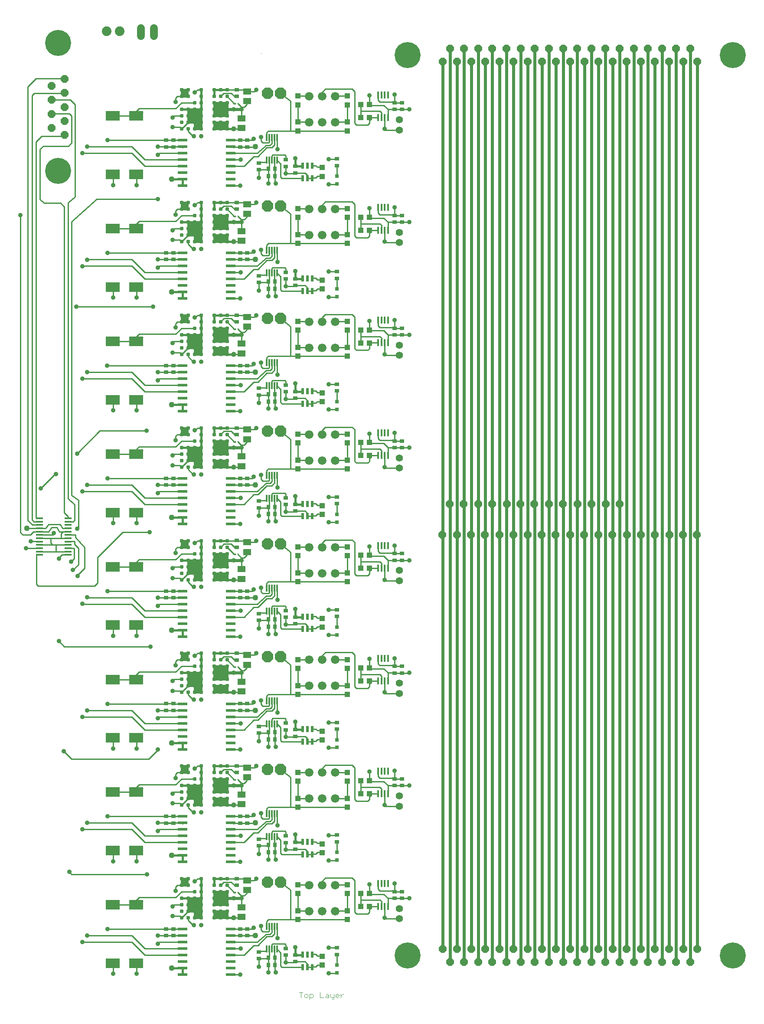
<source format=gtl>
G75*
%MOIN*%
%OFA0B0*%
%FSLAX25Y25*%
%IPPOS*%
%LPD*%
%AMOC8*
5,1,8,0,0,1.08239X$1,22.5*
%
%ADD10R,0.10000X0.10000*%
%ADD11R,0.05625X0.05625*%
%ADD12R,0.09375X0.05000*%
%ADD13R,0.06250X0.05000*%
%ADD14C,0.00000*%
%ADD15C,0.00300*%
%ADD16R,0.03543X0.02756*%
%ADD17R,0.02000X0.04800*%
%ADD18R,0.02756X0.03543*%
%ADD19R,0.05906X0.05118*%
%ADD20R,0.01200X0.05600*%
%ADD21R,0.07800X0.02200*%
%ADD22C,0.05543*%
%ADD23R,0.01800X0.05400*%
%ADD24R,0.01102X0.01693*%
%ADD25R,0.04331X0.03937*%
%ADD26C,0.03071*%
%ADD27OC8,0.06000*%
%ADD28C,0.20000*%
%ADD29R,0.05800X0.01400*%
%ADD30C,0.06000*%
%ADD31C,0.07400*%
%ADD32R,0.03937X0.04331*%
%ADD33R,0.11024X0.07480*%
%ADD34R,0.03150X0.03150*%
%ADD35C,0.06600*%
%ADD36OC8,0.08500*%
%ADD37C,0.01600*%
%ADD38C,0.03575*%
%ADD39C,0.01000*%
%ADD40C,0.04362*%
%ADD41C,0.03969*%
%ADD42C,0.02400*%
D10*
X0176800Y0148081D03*
X0196800Y0153081D03*
X0176800Y0234695D03*
X0196800Y0239695D03*
X0176800Y0321309D03*
X0196800Y0326309D03*
X0176800Y0407923D03*
X0196800Y0412923D03*
X0176800Y0494537D03*
X0196800Y0499537D03*
X0176800Y0581152D03*
X0196800Y0586152D03*
X0176800Y0667766D03*
X0196800Y0672766D03*
X0176800Y0754380D03*
X0196800Y0759380D03*
D11*
X0169613Y0772192D03*
X0169613Y0685578D03*
X0169613Y0598964D03*
X0169613Y0512350D03*
X0169613Y0425736D03*
X0169613Y0339122D03*
X0169613Y0252507D03*
X0169613Y0165893D03*
D12*
X0197112Y0140581D03*
X0197112Y0227195D03*
X0197112Y0313809D03*
X0197112Y0400423D03*
X0197112Y0487037D03*
X0197112Y0573652D03*
X0197112Y0660266D03*
X0197112Y0746880D03*
D13*
X0179300Y0746255D03*
X0179300Y0659641D03*
X0179300Y0573027D03*
X0179300Y0486412D03*
X0179300Y0399798D03*
X0179300Y0313184D03*
X0179300Y0226570D03*
X0179300Y0139956D03*
D14*
X0228072Y0802283D02*
X0228072Y0802303D01*
X0228082Y0802303D01*
X0228085Y0802300D01*
X0228085Y0802293D01*
X0228082Y0802290D01*
X0228072Y0802290D01*
X0228067Y0802293D02*
X0228067Y0802300D01*
X0228063Y0802303D01*
X0228057Y0802303D01*
X0228053Y0802300D01*
X0228053Y0802293D01*
X0228057Y0802290D01*
X0228063Y0802290D01*
X0228067Y0802293D01*
X0228048Y0802310D02*
X0228035Y0802310D01*
X0228042Y0802310D02*
X0228042Y0802290D01*
X0228109Y0802290D02*
X0228122Y0802290D01*
X0228127Y0802293D02*
X0228130Y0802297D01*
X0228140Y0802297D01*
X0228140Y0802300D02*
X0228140Y0802290D01*
X0228130Y0802290D01*
X0228127Y0802293D01*
X0228130Y0802303D02*
X0228137Y0802303D01*
X0228140Y0802300D01*
X0228146Y0802303D02*
X0228146Y0802293D01*
X0228149Y0802290D01*
X0228159Y0802290D01*
X0228159Y0802287D02*
X0228156Y0802283D01*
X0228152Y0802283D01*
X0228159Y0802287D02*
X0228159Y0802303D01*
X0228164Y0802300D02*
X0228167Y0802303D01*
X0228174Y0802303D01*
X0228177Y0802300D01*
X0228177Y0802297D01*
X0228164Y0802297D01*
X0228164Y0802300D02*
X0228164Y0802293D01*
X0228167Y0802290D01*
X0228174Y0802290D01*
X0228182Y0802290D02*
X0228182Y0802303D01*
X0228182Y0802297D02*
X0228189Y0802303D01*
X0228192Y0802303D01*
X0228109Y0802310D02*
X0228109Y0802290D01*
D15*
X0257211Y0080703D02*
X0259900Y0080703D01*
X0258555Y0080703D02*
X0258555Y0076669D01*
X0261198Y0077342D02*
X0261198Y0078686D01*
X0261871Y0079359D01*
X0263215Y0079359D01*
X0263888Y0078686D01*
X0263888Y0077342D01*
X0263215Y0076669D01*
X0261871Y0076669D01*
X0261198Y0077342D01*
X0265186Y0076669D02*
X0267203Y0076669D01*
X0267875Y0077342D01*
X0267875Y0078686D01*
X0267203Y0079359D01*
X0265186Y0079359D01*
X0265186Y0075325D01*
X0273161Y0076669D02*
X0273161Y0080703D01*
X0273161Y0076669D02*
X0275851Y0076669D01*
X0277149Y0077342D02*
X0277821Y0078014D01*
X0279838Y0078014D01*
X0279838Y0078686D02*
X0279838Y0076669D01*
X0277821Y0076669D01*
X0277149Y0077342D01*
X0277821Y0079359D02*
X0279166Y0079359D01*
X0279838Y0078686D01*
X0281137Y0079359D02*
X0281137Y0077342D01*
X0281809Y0076669D01*
X0283826Y0076669D01*
X0283826Y0075997D02*
X0283154Y0075325D01*
X0282481Y0075325D01*
X0283826Y0075997D02*
X0283826Y0079359D01*
X0285124Y0078686D02*
X0285797Y0079359D01*
X0287141Y0079359D01*
X0287814Y0078686D01*
X0287814Y0078014D01*
X0285124Y0078014D01*
X0285124Y0077342D02*
X0285124Y0078686D01*
X0285124Y0077342D02*
X0285797Y0076669D01*
X0287141Y0076669D01*
X0289112Y0076669D02*
X0289112Y0079359D01*
X0290457Y0079359D02*
X0291129Y0079359D01*
X0290457Y0079359D02*
X0289112Y0078014D01*
D16*
X0286175Y0109897D03*
X0286175Y0115015D03*
X0254300Y0109390D03*
X0254300Y0104272D03*
X0246800Y0109272D03*
X0246800Y0114390D03*
X0226175Y0111890D03*
X0226175Y0106772D03*
X0217425Y0124272D03*
X0217425Y0129390D03*
X0211800Y0129390D03*
X0211800Y0124272D03*
X0209300Y0163022D03*
X0209300Y0168140D03*
X0226175Y0193386D03*
X0226175Y0198504D03*
X0217425Y0210886D03*
X0217425Y0216004D03*
X0211800Y0216004D03*
X0211800Y0210886D03*
X0209300Y0249636D03*
X0209300Y0254754D03*
X0226175Y0280000D03*
X0226175Y0285118D03*
X0217425Y0297500D03*
X0217425Y0302618D03*
X0211800Y0302618D03*
X0211800Y0297500D03*
X0209300Y0336250D03*
X0209300Y0341368D03*
X0226175Y0366614D03*
X0226175Y0371732D03*
X0217425Y0384114D03*
X0217425Y0389232D03*
X0211800Y0389232D03*
X0211800Y0384114D03*
X0209300Y0422864D03*
X0209300Y0427982D03*
X0226175Y0453228D03*
X0226175Y0458347D03*
X0217425Y0470728D03*
X0217425Y0475847D03*
X0211800Y0475847D03*
X0211800Y0470728D03*
X0209300Y0509478D03*
X0209300Y0514597D03*
X0226175Y0539843D03*
X0226175Y0544961D03*
X0217425Y0557343D03*
X0217425Y0562461D03*
X0211800Y0562461D03*
X0211800Y0557343D03*
X0209300Y0596093D03*
X0209300Y0601211D03*
X0226175Y0626457D03*
X0226175Y0631575D03*
X0217425Y0643957D03*
X0217425Y0649075D03*
X0211800Y0649075D03*
X0211800Y0643957D03*
X0209300Y0682707D03*
X0209300Y0687825D03*
X0226175Y0713071D03*
X0226175Y0718189D03*
X0217425Y0730571D03*
X0217425Y0735689D03*
X0211800Y0735689D03*
X0211800Y0730571D03*
X0209300Y0769321D03*
X0209300Y0774439D03*
X0246800Y0720689D03*
X0246800Y0715571D03*
X0254300Y0715689D03*
X0254300Y0710571D03*
X0286175Y0716196D03*
X0286175Y0721314D03*
X0330550Y0759321D03*
X0330550Y0764439D03*
X0336175Y0764439D03*
X0336175Y0759321D03*
X0336175Y0677825D03*
X0336175Y0672707D03*
X0330550Y0672707D03*
X0330550Y0677825D03*
X0286175Y0634700D03*
X0286175Y0629582D03*
X0254300Y0629075D03*
X0254300Y0623957D03*
X0246800Y0628957D03*
X0246800Y0634075D03*
X0246800Y0547461D03*
X0246800Y0542343D03*
X0254300Y0542461D03*
X0254300Y0537343D03*
X0286175Y0542968D03*
X0286175Y0548086D03*
X0330550Y0586093D03*
X0330550Y0591211D03*
X0336175Y0591211D03*
X0336175Y0586093D03*
X0336175Y0504597D03*
X0336175Y0499478D03*
X0330550Y0499478D03*
X0330550Y0504597D03*
X0286175Y0461472D03*
X0286175Y0456353D03*
X0254300Y0455847D03*
X0254300Y0450728D03*
X0246800Y0455728D03*
X0246800Y0460847D03*
X0246800Y0374232D03*
X0246800Y0369114D03*
X0254300Y0369232D03*
X0254300Y0364114D03*
X0286175Y0369739D03*
X0286175Y0374857D03*
X0330550Y0412864D03*
X0330550Y0417982D03*
X0336175Y0417982D03*
X0336175Y0412864D03*
X0336175Y0331368D03*
X0336175Y0326250D03*
X0330550Y0326250D03*
X0330550Y0331368D03*
X0286175Y0288243D03*
X0286175Y0283125D03*
X0254300Y0282618D03*
X0254300Y0277500D03*
X0246800Y0282500D03*
X0246800Y0287618D03*
X0246800Y0201004D03*
X0246800Y0195886D03*
X0254300Y0196004D03*
X0254300Y0190886D03*
X0286175Y0196511D03*
X0286175Y0201629D03*
X0330550Y0239636D03*
X0330550Y0244754D03*
X0336175Y0244754D03*
X0336175Y0239636D03*
X0336175Y0158140D03*
X0336175Y0153022D03*
X0330550Y0153022D03*
X0330550Y0158140D03*
X0160550Y0129390D03*
X0160550Y0124272D03*
X0154925Y0124272D03*
X0154925Y0129390D03*
X0154925Y0210886D03*
X0154925Y0216004D03*
X0160550Y0216004D03*
X0160550Y0210886D03*
X0160550Y0297500D03*
X0160550Y0302618D03*
X0154925Y0302618D03*
X0154925Y0297500D03*
X0154925Y0384114D03*
X0154925Y0389232D03*
X0160550Y0389232D03*
X0160550Y0384114D03*
X0160550Y0470728D03*
X0160550Y0475847D03*
X0154925Y0475847D03*
X0154925Y0470728D03*
X0154925Y0557343D03*
X0154925Y0562461D03*
X0160550Y0562461D03*
X0160550Y0557343D03*
X0160550Y0643957D03*
X0160550Y0649075D03*
X0154925Y0649075D03*
X0154925Y0643957D03*
X0154925Y0730571D03*
X0154925Y0735689D03*
X0160550Y0735689D03*
X0160550Y0730571D03*
D17*
X0259975Y0716055D03*
X0263675Y0716055D03*
X0267375Y0716055D03*
X0267375Y0706455D03*
X0263675Y0706455D03*
X0259975Y0706455D03*
X0259975Y0629441D03*
X0263675Y0629441D03*
X0267375Y0629441D03*
X0267375Y0619841D03*
X0263675Y0619841D03*
X0259975Y0619841D03*
X0259975Y0542827D03*
X0263675Y0542827D03*
X0267375Y0542827D03*
X0267375Y0533227D03*
X0263675Y0533227D03*
X0259975Y0533227D03*
X0259975Y0456212D03*
X0263675Y0456212D03*
X0267375Y0456212D03*
X0267375Y0446612D03*
X0263675Y0446612D03*
X0259975Y0446612D03*
X0259975Y0369598D03*
X0263675Y0369598D03*
X0267375Y0369598D03*
X0267375Y0359998D03*
X0263675Y0359998D03*
X0259975Y0359998D03*
X0259975Y0282984D03*
X0263675Y0282984D03*
X0267375Y0282984D03*
X0267375Y0273384D03*
X0263675Y0273384D03*
X0259975Y0273384D03*
X0259975Y0196370D03*
X0263675Y0196370D03*
X0267375Y0196370D03*
X0267375Y0186770D03*
X0263675Y0186770D03*
X0259975Y0186770D03*
X0259975Y0109756D03*
X0263675Y0109756D03*
X0267375Y0109756D03*
X0267375Y0100156D03*
X0263675Y0100156D03*
X0259975Y0100156D03*
D18*
X0238734Y0101831D03*
X0233616Y0101831D03*
X0233616Y0107456D03*
X0238734Y0107456D03*
X0238734Y0188445D03*
X0233616Y0188445D03*
X0233616Y0194070D03*
X0238734Y0194070D03*
X0238734Y0275059D03*
X0233616Y0275059D03*
X0233616Y0280684D03*
X0238734Y0280684D03*
X0238734Y0361673D03*
X0233616Y0361673D03*
X0233616Y0367298D03*
X0238734Y0367298D03*
X0238734Y0448287D03*
X0233616Y0448287D03*
X0233616Y0453912D03*
X0238734Y0453912D03*
X0238734Y0534902D03*
X0233616Y0534902D03*
X0233616Y0540527D03*
X0238734Y0540527D03*
X0238734Y0621516D03*
X0233616Y0621516D03*
X0233616Y0627141D03*
X0238734Y0627141D03*
X0238734Y0708130D03*
X0233616Y0708130D03*
X0233616Y0713755D03*
X0238734Y0713755D03*
D19*
X0217425Y0686506D03*
X0217425Y0679026D03*
X0213050Y0665881D03*
X0213050Y0658401D03*
X0217425Y0599892D03*
X0217425Y0592411D03*
X0213050Y0579267D03*
X0213050Y0571786D03*
X0217425Y0513278D03*
X0217425Y0505797D03*
X0213050Y0492653D03*
X0213050Y0485172D03*
X0217425Y0426663D03*
X0217425Y0419183D03*
X0213050Y0406038D03*
X0213050Y0398558D03*
X0217425Y0340049D03*
X0217425Y0332569D03*
X0213050Y0319424D03*
X0213050Y0311944D03*
X0217425Y0253435D03*
X0217425Y0245955D03*
X0213050Y0232810D03*
X0213050Y0225330D03*
X0217425Y0166821D03*
X0217425Y0159341D03*
X0213050Y0146196D03*
X0213050Y0138716D03*
X0213050Y0745015D03*
X0213050Y0752495D03*
X0217425Y0765640D03*
X0217425Y0773120D03*
D20*
X0232431Y0737867D03*
X0234331Y0737867D03*
X0236331Y0737867D03*
X0238331Y0737867D03*
X0240231Y0737867D03*
X0240231Y0720267D03*
X0238331Y0720267D03*
X0236331Y0720267D03*
X0234331Y0720267D03*
X0232431Y0720267D03*
X0232431Y0651253D03*
X0234331Y0651253D03*
X0236331Y0651253D03*
X0238331Y0651253D03*
X0240231Y0651253D03*
X0240231Y0633653D03*
X0238331Y0633653D03*
X0236331Y0633653D03*
X0234331Y0633653D03*
X0232431Y0633653D03*
X0232431Y0564639D03*
X0234331Y0564639D03*
X0236331Y0564639D03*
X0238331Y0564639D03*
X0240231Y0564639D03*
X0240231Y0547039D03*
X0238331Y0547039D03*
X0236331Y0547039D03*
X0234331Y0547039D03*
X0232431Y0547039D03*
X0232431Y0478025D03*
X0234331Y0478025D03*
X0236331Y0478025D03*
X0238331Y0478025D03*
X0240231Y0478025D03*
X0240231Y0460425D03*
X0238331Y0460425D03*
X0236331Y0460425D03*
X0234331Y0460425D03*
X0232431Y0460425D03*
X0232431Y0391411D03*
X0234331Y0391411D03*
X0236331Y0391411D03*
X0238331Y0391411D03*
X0240231Y0391411D03*
X0240231Y0373811D03*
X0238331Y0373811D03*
X0236331Y0373811D03*
X0234331Y0373811D03*
X0232431Y0373811D03*
X0232431Y0304797D03*
X0234331Y0304797D03*
X0236331Y0304797D03*
X0238331Y0304797D03*
X0240231Y0304797D03*
X0240231Y0287197D03*
X0238331Y0287197D03*
X0236331Y0287197D03*
X0234331Y0287197D03*
X0232431Y0287197D03*
X0232431Y0218182D03*
X0234331Y0218182D03*
X0236331Y0218182D03*
X0238331Y0218182D03*
X0240231Y0218182D03*
X0240231Y0200582D03*
X0238331Y0200582D03*
X0236331Y0200582D03*
X0234331Y0200582D03*
X0232431Y0200582D03*
X0232431Y0131568D03*
X0234331Y0131568D03*
X0236331Y0131568D03*
X0238331Y0131568D03*
X0240231Y0131568D03*
X0240231Y0113968D03*
X0238331Y0113968D03*
X0236331Y0113968D03*
X0234331Y0113968D03*
X0232431Y0113968D03*
D21*
X0204675Y0114331D03*
X0204675Y0119331D03*
X0204675Y0124331D03*
X0204675Y0129331D03*
X0204675Y0109331D03*
X0204675Y0104331D03*
X0204675Y0099331D03*
X0204675Y0094331D03*
X0167675Y0094331D03*
X0167675Y0099331D03*
X0167675Y0104331D03*
X0167675Y0109331D03*
X0167675Y0114331D03*
X0167675Y0119331D03*
X0167675Y0124331D03*
X0167675Y0129331D03*
X0167675Y0180945D03*
X0167675Y0185945D03*
X0167675Y0190945D03*
X0167675Y0195945D03*
X0167675Y0200945D03*
X0167675Y0205945D03*
X0167675Y0210945D03*
X0167675Y0215945D03*
X0204675Y0215945D03*
X0204675Y0210945D03*
X0204675Y0205945D03*
X0204675Y0200945D03*
X0204675Y0195945D03*
X0204675Y0190945D03*
X0204675Y0185945D03*
X0204675Y0180945D03*
X0204675Y0267559D03*
X0204675Y0272559D03*
X0204675Y0277559D03*
X0204675Y0282559D03*
X0204675Y0287559D03*
X0204675Y0292559D03*
X0204675Y0297559D03*
X0204675Y0302559D03*
X0167675Y0302559D03*
X0167675Y0297559D03*
X0167675Y0292559D03*
X0167675Y0287559D03*
X0167675Y0282559D03*
X0167675Y0277559D03*
X0167675Y0272559D03*
X0167675Y0267559D03*
X0167675Y0354173D03*
X0167675Y0359173D03*
X0167675Y0364173D03*
X0167675Y0369173D03*
X0167675Y0374173D03*
X0167675Y0379173D03*
X0167675Y0384173D03*
X0167675Y0389173D03*
X0204675Y0389173D03*
X0204675Y0384173D03*
X0204675Y0379173D03*
X0204675Y0374173D03*
X0204675Y0369173D03*
X0204675Y0364173D03*
X0204675Y0359173D03*
X0204675Y0354173D03*
X0204675Y0440787D03*
X0204675Y0445787D03*
X0204675Y0450787D03*
X0204675Y0455787D03*
X0204675Y0460787D03*
X0204675Y0465787D03*
X0204675Y0470787D03*
X0204675Y0475787D03*
X0167675Y0475787D03*
X0167675Y0470787D03*
X0167675Y0465787D03*
X0167675Y0460787D03*
X0167675Y0455787D03*
X0167675Y0450787D03*
X0167675Y0445787D03*
X0167675Y0440787D03*
X0167675Y0527402D03*
X0167675Y0532402D03*
X0167675Y0537402D03*
X0167675Y0542402D03*
X0167675Y0547402D03*
X0167675Y0552402D03*
X0167675Y0557402D03*
X0167675Y0562402D03*
X0204675Y0562402D03*
X0204675Y0557402D03*
X0204675Y0552402D03*
X0204675Y0547402D03*
X0204675Y0542402D03*
X0204675Y0537402D03*
X0204675Y0532402D03*
X0204675Y0527402D03*
X0204675Y0614016D03*
X0204675Y0619016D03*
X0204675Y0624016D03*
X0204675Y0629016D03*
X0204675Y0634016D03*
X0204675Y0639016D03*
X0204675Y0644016D03*
X0204675Y0649016D03*
X0167675Y0649016D03*
X0167675Y0644016D03*
X0167675Y0639016D03*
X0167675Y0634016D03*
X0167675Y0629016D03*
X0167675Y0624016D03*
X0167675Y0619016D03*
X0167675Y0614016D03*
X0167675Y0700630D03*
X0167675Y0705630D03*
X0167675Y0710630D03*
X0167675Y0715630D03*
X0167675Y0720630D03*
X0167675Y0725630D03*
X0167675Y0730630D03*
X0167675Y0735630D03*
X0204675Y0735630D03*
X0204675Y0730630D03*
X0204675Y0725630D03*
X0204675Y0720630D03*
X0204675Y0715630D03*
X0204675Y0710630D03*
X0204675Y0705630D03*
X0204675Y0700630D03*
D22*
X0334300Y0664828D03*
X0334300Y0656954D03*
X0334300Y0578214D03*
X0334300Y0570340D03*
X0334300Y0491599D03*
X0334300Y0483725D03*
X0334300Y0404985D03*
X0334300Y0397111D03*
X0334300Y0318371D03*
X0334300Y0310497D03*
X0334300Y0231757D03*
X0334300Y0223883D03*
X0334300Y0145143D03*
X0334300Y0137269D03*
X0334300Y0743568D03*
X0334300Y0751442D03*
D23*
X0325600Y0753180D03*
X0323100Y0753180D03*
X0320500Y0753180D03*
X0318000Y0753180D03*
X0318000Y0770580D03*
X0320500Y0770580D03*
X0323100Y0770580D03*
X0325600Y0770580D03*
X0325600Y0683966D03*
X0323100Y0683966D03*
X0320500Y0683966D03*
X0318000Y0683966D03*
X0318000Y0666566D03*
X0320500Y0666566D03*
X0323100Y0666566D03*
X0325600Y0666566D03*
X0325600Y0597352D03*
X0323100Y0597352D03*
X0320500Y0597352D03*
X0318000Y0597352D03*
X0318000Y0579952D03*
X0320500Y0579952D03*
X0323100Y0579952D03*
X0325600Y0579952D03*
X0325600Y0510737D03*
X0323100Y0510737D03*
X0320500Y0510737D03*
X0318000Y0510737D03*
X0318000Y0493337D03*
X0320500Y0493337D03*
X0323100Y0493337D03*
X0325600Y0493337D03*
X0325600Y0424123D03*
X0323100Y0424123D03*
X0320500Y0424123D03*
X0318000Y0424123D03*
X0318000Y0406723D03*
X0320500Y0406723D03*
X0323100Y0406723D03*
X0325600Y0406723D03*
X0325600Y0337509D03*
X0323100Y0337509D03*
X0320500Y0337509D03*
X0318000Y0337509D03*
X0318000Y0320109D03*
X0320500Y0320109D03*
X0323100Y0320109D03*
X0325600Y0320109D03*
X0325600Y0250895D03*
X0323100Y0250895D03*
X0320500Y0250895D03*
X0318000Y0250895D03*
X0318000Y0233495D03*
X0320500Y0233495D03*
X0323100Y0233495D03*
X0325600Y0233495D03*
X0325600Y0164281D03*
X0323100Y0164281D03*
X0320500Y0164281D03*
X0318000Y0164281D03*
X0318000Y0146881D03*
X0320500Y0146881D03*
X0323100Y0146881D03*
X0325600Y0146881D03*
D24*
X0210304Y0157456D03*
X0208296Y0157456D03*
X0208296Y0244070D03*
X0210304Y0244070D03*
X0210304Y0330684D03*
X0208296Y0330684D03*
X0208296Y0417298D03*
X0210304Y0417298D03*
X0210304Y0503912D03*
X0208296Y0503912D03*
X0208296Y0590527D03*
X0210304Y0590527D03*
X0210304Y0677141D03*
X0208296Y0677141D03*
X0208296Y0763755D03*
X0210304Y0763755D03*
D25*
X0256175Y0762909D03*
X0256175Y0769601D03*
X0256175Y0749601D03*
X0256175Y0742909D03*
X0274925Y0714601D03*
X0274925Y0707909D03*
X0256175Y0682987D03*
X0256175Y0676294D03*
X0256175Y0662987D03*
X0256175Y0656294D03*
X0274925Y0627987D03*
X0274925Y0621294D03*
X0256175Y0596373D03*
X0256175Y0589680D03*
X0256175Y0576373D03*
X0256175Y0569680D03*
X0274925Y0541373D03*
X0274925Y0534680D03*
X0256175Y0509759D03*
X0256175Y0503066D03*
X0256175Y0489759D03*
X0256175Y0483066D03*
X0274925Y0454759D03*
X0274925Y0448066D03*
X0256175Y0423145D03*
X0256175Y0416452D03*
X0256175Y0403145D03*
X0256175Y0396452D03*
X0274925Y0368145D03*
X0274925Y0361452D03*
X0256175Y0336531D03*
X0256175Y0329838D03*
X0256175Y0316531D03*
X0256175Y0309838D03*
X0274925Y0281531D03*
X0274925Y0274838D03*
X0256175Y0249916D03*
X0256175Y0243223D03*
X0256175Y0229916D03*
X0256175Y0223223D03*
X0274925Y0194916D03*
X0274925Y0188223D03*
X0256175Y0163302D03*
X0256175Y0156609D03*
X0256175Y0143302D03*
X0256175Y0136609D03*
X0274925Y0108302D03*
X0274925Y0101609D03*
X0294300Y0136609D03*
X0294300Y0143302D03*
X0294300Y0156609D03*
X0294300Y0163302D03*
X0294300Y0223223D03*
X0294300Y0229916D03*
X0294300Y0243223D03*
X0294300Y0249916D03*
X0294300Y0309838D03*
X0294300Y0316531D03*
X0294300Y0329838D03*
X0294300Y0336531D03*
X0294300Y0396452D03*
X0294300Y0403145D03*
X0294300Y0416452D03*
X0294300Y0423145D03*
X0294300Y0483066D03*
X0294300Y0489759D03*
X0294300Y0503066D03*
X0294300Y0509759D03*
X0294300Y0569680D03*
X0294300Y0576373D03*
X0294300Y0589680D03*
X0294300Y0596373D03*
X0294300Y0656294D03*
X0294300Y0662987D03*
X0294300Y0676294D03*
X0294300Y0682987D03*
X0294300Y0742909D03*
X0294300Y0749601D03*
X0294300Y0762909D03*
X0294300Y0769601D03*
D26*
X0201800Y0769380D03*
X0201800Y0774380D03*
X0196800Y0774380D03*
X0196800Y0769380D03*
X0196800Y0764380D03*
X0196800Y0759380D03*
X0196800Y0754380D03*
X0196800Y0749380D03*
X0196800Y0744380D03*
X0191800Y0744380D03*
X0191800Y0749380D03*
X0191800Y0754380D03*
X0191800Y0759380D03*
X0191800Y0764380D03*
X0191800Y0769380D03*
X0191800Y0774380D03*
X0181800Y0774380D03*
X0181800Y0769380D03*
X0181800Y0764380D03*
X0176800Y0764380D03*
X0176800Y0759380D03*
X0176800Y0754380D03*
X0181800Y0754380D03*
X0181800Y0759380D03*
X0181800Y0749380D03*
X0176800Y0749380D03*
X0176800Y0744380D03*
X0181800Y0744380D03*
X0171800Y0744380D03*
X0171800Y0749380D03*
X0171800Y0754380D03*
X0171800Y0759380D03*
X0166800Y0759380D03*
X0166800Y0754380D03*
X0166800Y0749380D03*
X0166800Y0744380D03*
X0166800Y0769380D03*
X0166800Y0774380D03*
X0171800Y0774380D03*
X0171800Y0769380D03*
X0201800Y0764380D03*
X0201800Y0759380D03*
X0201800Y0754380D03*
X0201800Y0749380D03*
X0201800Y0744380D03*
X0201800Y0687766D03*
X0196800Y0687766D03*
X0191800Y0687766D03*
X0191800Y0682766D03*
X0196800Y0682766D03*
X0201800Y0682766D03*
X0201800Y0677766D03*
X0196800Y0677766D03*
X0191800Y0677766D03*
X0191800Y0672766D03*
X0196800Y0672766D03*
X0201800Y0672766D03*
X0201800Y0667766D03*
X0196800Y0667766D03*
X0191800Y0667766D03*
X0191800Y0662766D03*
X0196800Y0662766D03*
X0201800Y0662766D03*
X0201800Y0657766D03*
X0196800Y0657766D03*
X0191800Y0657766D03*
X0181800Y0657766D03*
X0181800Y0662766D03*
X0181800Y0667766D03*
X0181800Y0672766D03*
X0181800Y0677766D03*
X0181800Y0682766D03*
X0181800Y0687766D03*
X0171800Y0687766D03*
X0166800Y0687766D03*
X0166800Y0682766D03*
X0171800Y0682766D03*
X0176800Y0677766D03*
X0176800Y0672766D03*
X0171800Y0672766D03*
X0166800Y0672766D03*
X0166800Y0667766D03*
X0171800Y0667766D03*
X0176800Y0667766D03*
X0176800Y0662766D03*
X0171800Y0662766D03*
X0166800Y0662766D03*
X0166800Y0657766D03*
X0171800Y0657766D03*
X0176800Y0657766D03*
X0171800Y0601152D03*
X0166800Y0601152D03*
X0166800Y0596152D03*
X0171800Y0596152D03*
X0176800Y0591152D03*
X0181800Y0591152D03*
X0181800Y0596152D03*
X0181800Y0601152D03*
X0181800Y0586152D03*
X0176800Y0586152D03*
X0171800Y0586152D03*
X0166800Y0586152D03*
X0166800Y0581152D03*
X0171800Y0581152D03*
X0176800Y0581152D03*
X0181800Y0581152D03*
X0181800Y0576152D03*
X0176800Y0576152D03*
X0171800Y0576152D03*
X0166800Y0576152D03*
X0166800Y0571152D03*
X0171800Y0571152D03*
X0176800Y0571152D03*
X0181800Y0571152D03*
X0191800Y0571152D03*
X0191800Y0576152D03*
X0191800Y0581152D03*
X0191800Y0586152D03*
X0191800Y0591152D03*
X0191800Y0596152D03*
X0191800Y0601152D03*
X0196800Y0601152D03*
X0201800Y0601152D03*
X0201800Y0596152D03*
X0196800Y0596152D03*
X0196800Y0591152D03*
X0201800Y0591152D03*
X0201800Y0586152D03*
X0196800Y0586152D03*
X0196800Y0581152D03*
X0201800Y0581152D03*
X0201800Y0576152D03*
X0196800Y0576152D03*
X0196800Y0571152D03*
X0201800Y0571152D03*
X0201800Y0514537D03*
X0201800Y0509537D03*
X0201800Y0504537D03*
X0201800Y0499537D03*
X0201800Y0494537D03*
X0201800Y0489537D03*
X0201800Y0484537D03*
X0196800Y0484537D03*
X0191800Y0484537D03*
X0191800Y0489537D03*
X0196800Y0489537D03*
X0196800Y0494537D03*
X0191800Y0494537D03*
X0191800Y0499537D03*
X0196800Y0499537D03*
X0196800Y0504537D03*
X0191800Y0504537D03*
X0191800Y0509537D03*
X0196800Y0509537D03*
X0196800Y0514537D03*
X0191800Y0514537D03*
X0181800Y0514537D03*
X0181800Y0509537D03*
X0181800Y0504537D03*
X0181800Y0499537D03*
X0181800Y0494537D03*
X0181800Y0489537D03*
X0181800Y0484537D03*
X0176800Y0484537D03*
X0171800Y0484537D03*
X0166800Y0484537D03*
X0166800Y0489537D03*
X0171800Y0489537D03*
X0176800Y0489537D03*
X0176800Y0494537D03*
X0171800Y0494537D03*
X0166800Y0494537D03*
X0166800Y0499537D03*
X0171800Y0499537D03*
X0176800Y0499537D03*
X0176800Y0504537D03*
X0171800Y0509537D03*
X0166800Y0509537D03*
X0166800Y0514537D03*
X0171800Y0514537D03*
X0171800Y0427923D03*
X0171800Y0422923D03*
X0166800Y0422923D03*
X0166800Y0427923D03*
X0176800Y0417923D03*
X0176800Y0412923D03*
X0176800Y0407923D03*
X0176800Y0402923D03*
X0176800Y0397923D03*
X0181800Y0397923D03*
X0181800Y0402923D03*
X0181800Y0407923D03*
X0181800Y0412923D03*
X0181800Y0417923D03*
X0181800Y0422923D03*
X0181800Y0427923D03*
X0191800Y0427923D03*
X0191800Y0422923D03*
X0191800Y0417923D03*
X0191800Y0412923D03*
X0191800Y0407923D03*
X0191800Y0402923D03*
X0191800Y0397923D03*
X0196800Y0397923D03*
X0201800Y0397923D03*
X0201800Y0402923D03*
X0196800Y0402923D03*
X0196800Y0407923D03*
X0201800Y0407923D03*
X0201800Y0412923D03*
X0196800Y0412923D03*
X0196800Y0417923D03*
X0201800Y0417923D03*
X0201800Y0422923D03*
X0196800Y0422923D03*
X0196800Y0427923D03*
X0201800Y0427923D03*
X0171800Y0412923D03*
X0171800Y0407923D03*
X0171800Y0402923D03*
X0171800Y0397923D03*
X0166800Y0397923D03*
X0166800Y0402923D03*
X0166800Y0407923D03*
X0166800Y0412923D03*
X0166800Y0341309D03*
X0166800Y0336309D03*
X0171800Y0336309D03*
X0171800Y0341309D03*
X0181800Y0341309D03*
X0181800Y0336309D03*
X0181800Y0331309D03*
X0181800Y0326309D03*
X0181800Y0321309D03*
X0181800Y0316309D03*
X0181800Y0311309D03*
X0176800Y0311309D03*
X0171800Y0311309D03*
X0166800Y0311309D03*
X0166800Y0316309D03*
X0171800Y0316309D03*
X0176800Y0316309D03*
X0176800Y0321309D03*
X0171800Y0321309D03*
X0166800Y0321309D03*
X0166800Y0326309D03*
X0171800Y0326309D03*
X0176800Y0326309D03*
X0176800Y0331309D03*
X0191800Y0331309D03*
X0191800Y0326309D03*
X0191800Y0321309D03*
X0191800Y0316309D03*
X0191800Y0311309D03*
X0196800Y0311309D03*
X0201800Y0311309D03*
X0201800Y0316309D03*
X0196800Y0316309D03*
X0196800Y0321309D03*
X0201800Y0321309D03*
X0201800Y0326309D03*
X0196800Y0326309D03*
X0196800Y0331309D03*
X0201800Y0331309D03*
X0201800Y0336309D03*
X0196800Y0336309D03*
X0191800Y0336309D03*
X0191800Y0341309D03*
X0196800Y0341309D03*
X0201800Y0341309D03*
X0201800Y0254695D03*
X0196800Y0254695D03*
X0191800Y0254695D03*
X0191800Y0249695D03*
X0196800Y0249695D03*
X0201800Y0249695D03*
X0201800Y0244695D03*
X0196800Y0244695D03*
X0191800Y0244695D03*
X0191800Y0239695D03*
X0196800Y0239695D03*
X0201800Y0239695D03*
X0201800Y0234695D03*
X0196800Y0234695D03*
X0191800Y0234695D03*
X0191800Y0229695D03*
X0196800Y0229695D03*
X0201800Y0229695D03*
X0201800Y0224695D03*
X0196800Y0224695D03*
X0191800Y0224695D03*
X0181800Y0224695D03*
X0181800Y0229695D03*
X0181800Y0234695D03*
X0181800Y0239695D03*
X0181800Y0244695D03*
X0181800Y0249695D03*
X0181800Y0254695D03*
X0171800Y0254695D03*
X0166800Y0254695D03*
X0166800Y0249695D03*
X0171800Y0249695D03*
X0176800Y0244695D03*
X0176800Y0239695D03*
X0171800Y0239695D03*
X0166800Y0239695D03*
X0166800Y0234695D03*
X0171800Y0234695D03*
X0176800Y0234695D03*
X0176800Y0229695D03*
X0171800Y0229695D03*
X0166800Y0229695D03*
X0166800Y0224695D03*
X0171800Y0224695D03*
X0176800Y0224695D03*
X0171800Y0168081D03*
X0166800Y0168081D03*
X0166800Y0163081D03*
X0171800Y0163081D03*
X0176800Y0158081D03*
X0181800Y0158081D03*
X0181800Y0163081D03*
X0181800Y0168081D03*
X0191800Y0168081D03*
X0196800Y0168081D03*
X0201800Y0168081D03*
X0201800Y0163081D03*
X0196800Y0163081D03*
X0191800Y0163081D03*
X0191800Y0158081D03*
X0196800Y0158081D03*
X0201800Y0158081D03*
X0201800Y0153081D03*
X0196800Y0153081D03*
X0191800Y0153081D03*
X0191800Y0148081D03*
X0196800Y0148081D03*
X0201800Y0148081D03*
X0201800Y0143081D03*
X0196800Y0143081D03*
X0191800Y0143081D03*
X0191800Y0138081D03*
X0196800Y0138081D03*
X0201800Y0138081D03*
X0181800Y0138081D03*
X0181800Y0143081D03*
X0181800Y0148081D03*
X0181800Y0153081D03*
X0176800Y0153081D03*
X0171800Y0153081D03*
X0166800Y0153081D03*
X0166800Y0148081D03*
X0171800Y0148081D03*
X0176800Y0148081D03*
X0176800Y0143081D03*
X0171800Y0143081D03*
X0166800Y0143081D03*
X0166800Y0138081D03*
X0171800Y0138081D03*
X0176800Y0138081D03*
D27*
X0367750Y0114016D03*
X0378550Y0114016D03*
X0389450Y0114016D03*
X0400350Y0114016D03*
X0411150Y0114016D03*
X0422050Y0114016D03*
X0432950Y0114016D03*
X0443850Y0114016D03*
X0454650Y0114016D03*
X0465550Y0114016D03*
X0476450Y0114016D03*
X0487250Y0114016D03*
X0498150Y0114016D03*
X0509050Y0114016D03*
X0519850Y0114016D03*
X0530750Y0114016D03*
X0541650Y0114016D03*
X0552450Y0114016D03*
X0563350Y0114016D03*
X0557950Y0104016D03*
X0547050Y0104016D03*
X0536150Y0104016D03*
X0525350Y0104016D03*
X0514450Y0104016D03*
X0503550Y0104016D03*
X0492750Y0104016D03*
X0481850Y0104016D03*
X0470950Y0104016D03*
X0460150Y0104016D03*
X0449250Y0104016D03*
X0438350Y0104016D03*
X0427550Y0104016D03*
X0416650Y0104016D03*
X0405750Y0104016D03*
X0394850Y0104016D03*
X0384050Y0104016D03*
X0373150Y0104016D03*
X0378675Y0432357D03*
X0389300Y0432357D03*
X0399925Y0432357D03*
X0411175Y0432357D03*
X0421800Y0432357D03*
X0433050Y0432357D03*
X0443675Y0432357D03*
X0454300Y0432357D03*
X0465550Y0432357D03*
X0476175Y0432357D03*
X0487425Y0432357D03*
X0498050Y0432357D03*
X0509300Y0432357D03*
X0519925Y0432357D03*
X0530550Y0432357D03*
X0541800Y0432357D03*
X0552425Y0432357D03*
X0563050Y0432357D03*
X0503675Y0456107D03*
X0493050Y0456107D03*
X0481800Y0456107D03*
X0471175Y0456107D03*
X0459925Y0456107D03*
X0449300Y0456107D03*
X0438050Y0456107D03*
X0427425Y0456107D03*
X0416800Y0456107D03*
X0405550Y0456107D03*
X0394925Y0456107D03*
X0383675Y0456107D03*
X0373050Y0456107D03*
X0367425Y0432357D03*
X0367750Y0796255D03*
X0373150Y0806255D03*
X0378650Y0796255D03*
X0384050Y0806255D03*
X0389450Y0796255D03*
X0400350Y0796255D03*
X0394950Y0806255D03*
X0405750Y0806255D03*
X0411250Y0796255D03*
X0416650Y0806255D03*
X0422050Y0796255D03*
X0427550Y0806255D03*
X0432950Y0796255D03*
X0438350Y0806255D03*
X0449250Y0806255D03*
X0443850Y0796255D03*
X0454650Y0796255D03*
X0460150Y0806255D03*
X0465550Y0796255D03*
X0470950Y0806255D03*
X0476450Y0796255D03*
X0481850Y0806255D03*
X0487250Y0796255D03*
X0492750Y0806255D03*
X0503650Y0806255D03*
X0509050Y0796255D03*
X0498150Y0796255D03*
X0514450Y0806255D03*
X0519950Y0796255D03*
X0525350Y0806255D03*
X0530750Y0796255D03*
X0536250Y0806255D03*
X0541650Y0796255D03*
X0552550Y0796255D03*
X0557950Y0806255D03*
X0547050Y0806255D03*
X0563350Y0796255D03*
X0076800Y0782855D03*
X0076800Y0772055D03*
X0076800Y0761255D03*
X0066800Y0755855D03*
X0066800Y0745055D03*
X0076800Y0739655D03*
X0076800Y0750455D03*
X0066800Y0766655D03*
X0066800Y0777455D03*
D28*
X0071800Y0810555D03*
X0071800Y0711955D03*
X0340550Y0801255D03*
X0590550Y0801255D03*
X0590550Y0109016D03*
X0340550Y0109016D03*
D29*
X0079775Y0416963D03*
X0079775Y0419563D03*
X0079775Y0422063D03*
X0079775Y0424663D03*
X0079775Y0427263D03*
X0079775Y0429763D03*
X0079775Y0432363D03*
X0079775Y0434863D03*
X0079775Y0437463D03*
X0079775Y0440063D03*
X0079775Y0442563D03*
X0079775Y0445163D03*
X0057575Y0445163D03*
X0057575Y0442563D03*
X0057575Y0440063D03*
X0057575Y0437463D03*
X0057575Y0434863D03*
X0057575Y0432363D03*
X0057575Y0429763D03*
X0057575Y0427263D03*
X0057575Y0424663D03*
X0057575Y0422063D03*
X0057575Y0419563D03*
X0057575Y0416963D03*
D30*
X0135550Y0815755D02*
X0135550Y0821755D01*
X0145550Y0821755D02*
X0145550Y0815755D01*
D31*
X0119300Y0819380D03*
X0109300Y0819380D03*
D32*
X0304704Y0763130D03*
X0311396Y0763130D03*
X0311396Y0753130D03*
X0304704Y0753130D03*
X0304704Y0676516D03*
X0311396Y0676516D03*
X0311396Y0666516D03*
X0304704Y0666516D03*
X0304704Y0589902D03*
X0311396Y0589902D03*
X0311396Y0579902D03*
X0304704Y0579902D03*
X0304704Y0503287D03*
X0311396Y0503287D03*
X0311396Y0493287D03*
X0304704Y0493287D03*
X0304704Y0416673D03*
X0311396Y0416673D03*
X0311396Y0406673D03*
X0304704Y0406673D03*
X0304704Y0330059D03*
X0311396Y0330059D03*
X0311396Y0320059D03*
X0304704Y0320059D03*
X0304704Y0243445D03*
X0311396Y0243445D03*
X0311396Y0233445D03*
X0304704Y0233445D03*
X0304704Y0156831D03*
X0311396Y0156831D03*
X0311396Y0146831D03*
X0304704Y0146831D03*
D33*
X0132105Y0148022D03*
X0113995Y0148022D03*
X0113995Y0189754D03*
X0132105Y0189754D03*
X0132105Y0234636D03*
X0113995Y0234636D03*
X0113995Y0276368D03*
X0132105Y0276368D03*
X0132105Y0321250D03*
X0113995Y0321250D03*
X0113995Y0362982D03*
X0132105Y0362982D03*
X0132105Y0407864D03*
X0113995Y0407864D03*
X0113995Y0449597D03*
X0132105Y0449597D03*
X0132105Y0494478D03*
X0113995Y0494478D03*
X0113995Y0536211D03*
X0132105Y0536211D03*
X0132105Y0581093D03*
X0113995Y0581093D03*
X0113995Y0622825D03*
X0132105Y0622825D03*
X0132105Y0667707D03*
X0113995Y0667707D03*
X0113995Y0709439D03*
X0132105Y0709439D03*
X0132105Y0754321D03*
X0113995Y0754321D03*
X0113995Y0103140D03*
X0132105Y0103140D03*
D34*
X0286175Y0101659D03*
X0286175Y0095753D03*
X0286175Y0182367D03*
X0286175Y0188273D03*
X0286175Y0268981D03*
X0286175Y0274887D03*
X0286175Y0355596D03*
X0286175Y0361501D03*
X0286175Y0442210D03*
X0286175Y0448115D03*
X0286175Y0528824D03*
X0286175Y0534729D03*
X0286175Y0615438D03*
X0286175Y0621344D03*
X0286175Y0702052D03*
X0286175Y0707958D03*
D35*
X0284925Y0682766D03*
X0274925Y0682766D03*
X0264925Y0682766D03*
X0264925Y0662766D03*
X0274925Y0662766D03*
X0284925Y0662766D03*
X0284925Y0596152D03*
X0274925Y0596152D03*
X0264925Y0596152D03*
X0264925Y0576152D03*
X0274925Y0576152D03*
X0284925Y0576152D03*
X0284925Y0509537D03*
X0274925Y0509537D03*
X0264925Y0509537D03*
X0264925Y0489537D03*
X0274925Y0489537D03*
X0284925Y0489537D03*
X0284925Y0422923D03*
X0274925Y0422923D03*
X0264925Y0422923D03*
X0264925Y0402923D03*
X0274925Y0402923D03*
X0284925Y0402923D03*
X0284925Y0336309D03*
X0274925Y0336309D03*
X0264925Y0336309D03*
X0264925Y0316309D03*
X0274925Y0316309D03*
X0284925Y0316309D03*
X0284925Y0249695D03*
X0274925Y0249695D03*
X0264925Y0249695D03*
X0264925Y0229695D03*
X0274925Y0229695D03*
X0284925Y0229695D03*
X0284925Y0163081D03*
X0274925Y0163081D03*
X0264925Y0163081D03*
X0264925Y0143081D03*
X0274925Y0143081D03*
X0284925Y0143081D03*
X0284925Y0749380D03*
X0274925Y0749380D03*
X0264925Y0749380D03*
X0264925Y0769380D03*
X0274925Y0769380D03*
X0284925Y0769380D03*
D36*
X0243050Y0771880D03*
X0233050Y0771880D03*
X0233050Y0685266D03*
X0243050Y0685266D03*
X0243050Y0598652D03*
X0233050Y0598652D03*
X0233050Y0512037D03*
X0243050Y0512037D03*
X0243050Y0425423D03*
X0233050Y0425423D03*
X0233050Y0338809D03*
X0243050Y0338809D03*
X0243050Y0252195D03*
X0233050Y0252195D03*
X0233050Y0165581D03*
X0243050Y0165581D03*
D37*
X0254300Y0195945D02*
X0254300Y0202195D01*
X0254300Y0196004D02*
X0254359Y0196004D01*
X0254300Y0195945D01*
X0254359Y0196004D02*
X0259609Y0196004D01*
X0259975Y0196370D01*
X0218616Y0210886D02*
X0217425Y0210886D01*
X0206859Y0210886D02*
X0206800Y0210945D01*
X0204675Y0210945D01*
X0206800Y0224695D02*
X0201800Y0224695D01*
X0201800Y0229695D01*
X0196800Y0229695D01*
X0196800Y0224695D01*
X0201800Y0224695D01*
X0196800Y0224695D02*
X0191800Y0224695D01*
X0191800Y0229695D01*
X0196800Y0229695D01*
X0196800Y0234695D02*
X0201800Y0234695D01*
X0201800Y0239695D01*
X0201800Y0244695D01*
X0196800Y0244695D01*
X0196800Y0239695D01*
X0191800Y0239695D01*
X0191800Y0234695D01*
X0196800Y0234695D01*
X0196800Y0239695D02*
X0201800Y0239695D01*
X0196800Y0244695D02*
X0191800Y0244695D01*
X0191800Y0239695D01*
X0191800Y0249695D02*
X0191800Y0254695D01*
X0196800Y0254695D01*
X0201800Y0254695D01*
X0204675Y0267559D02*
X0207425Y0267559D01*
X0206859Y0297500D02*
X0206800Y0297559D01*
X0204675Y0297559D01*
X0206800Y0311309D02*
X0201800Y0311309D01*
X0201800Y0316309D01*
X0196800Y0316309D01*
X0196800Y0311309D01*
X0201800Y0311309D01*
X0196800Y0311309D02*
X0191800Y0311309D01*
X0191800Y0316309D01*
X0196800Y0316309D01*
X0196800Y0321309D02*
X0201800Y0321309D01*
X0201800Y0326309D01*
X0201800Y0331309D01*
X0196800Y0331309D01*
X0196800Y0326309D01*
X0191800Y0326309D01*
X0191800Y0321309D01*
X0196800Y0321309D01*
X0196800Y0326309D02*
X0201800Y0326309D01*
X0196800Y0331309D02*
X0191800Y0331309D01*
X0191800Y0326309D01*
X0191800Y0336309D02*
X0191800Y0341309D01*
X0196800Y0341309D01*
X0201800Y0341309D01*
X0204675Y0354173D02*
X0207425Y0354173D01*
X0206859Y0384114D02*
X0206800Y0384173D01*
X0204675Y0384173D01*
X0206800Y0397923D02*
X0201800Y0397923D01*
X0201800Y0402923D01*
X0196800Y0402923D01*
X0196800Y0397923D01*
X0201800Y0397923D01*
X0196800Y0397923D02*
X0191800Y0397923D01*
X0191800Y0402923D01*
X0196800Y0402923D01*
X0196800Y0407923D02*
X0201800Y0407923D01*
X0201800Y0412923D01*
X0201800Y0417923D01*
X0196800Y0417923D01*
X0196800Y0412923D01*
X0191800Y0412923D01*
X0191800Y0407923D01*
X0196800Y0407923D01*
X0196800Y0412923D02*
X0201800Y0412923D01*
X0196800Y0417923D02*
X0191800Y0417923D01*
X0191800Y0412923D01*
X0191800Y0422923D02*
X0191800Y0427923D01*
X0196800Y0427923D01*
X0201800Y0427923D01*
X0204675Y0440787D02*
X0207425Y0440787D01*
X0206859Y0470728D02*
X0206800Y0470787D01*
X0204675Y0470787D01*
X0217425Y0470728D02*
X0218616Y0470728D01*
X0206800Y0484537D02*
X0201800Y0484537D01*
X0201800Y0489537D01*
X0196800Y0489537D01*
X0196800Y0484537D01*
X0201800Y0484537D01*
X0196800Y0484537D02*
X0191800Y0484537D01*
X0191800Y0489537D01*
X0196800Y0489537D01*
X0196800Y0494537D02*
X0201800Y0494537D01*
X0201800Y0499537D01*
X0201800Y0504537D01*
X0196800Y0504537D01*
X0196800Y0499537D01*
X0191800Y0499537D01*
X0191800Y0494537D01*
X0196800Y0494537D01*
X0196800Y0499537D02*
X0201800Y0499537D01*
X0196800Y0504537D02*
X0191800Y0504537D01*
X0191800Y0499537D01*
X0191800Y0509537D02*
X0191800Y0514537D01*
X0196800Y0514537D01*
X0201800Y0514537D01*
X0204675Y0527402D02*
X0207425Y0527402D01*
X0206859Y0557343D02*
X0206800Y0557402D01*
X0204675Y0557402D01*
X0217425Y0557343D02*
X0218616Y0557343D01*
X0206800Y0571152D02*
X0201800Y0571152D01*
X0201800Y0576152D01*
X0196800Y0576152D01*
X0196800Y0571152D01*
X0201800Y0571152D01*
X0196800Y0571152D02*
X0191800Y0571152D01*
X0191800Y0576152D01*
X0196800Y0576152D01*
X0196800Y0581152D02*
X0191800Y0581152D01*
X0191800Y0586152D01*
X0196800Y0586152D01*
X0196800Y0591152D01*
X0191800Y0591152D01*
X0191800Y0586152D01*
X0196800Y0586152D02*
X0201800Y0586152D01*
X0201800Y0591152D01*
X0196800Y0591152D01*
X0191800Y0596152D02*
X0191800Y0601152D01*
X0196800Y0601152D01*
X0201800Y0601152D01*
X0201800Y0586152D02*
X0201800Y0581152D01*
X0196800Y0581152D01*
X0181800Y0581152D02*
X0181800Y0571152D01*
X0181800Y0576152D01*
X0176800Y0576152D01*
X0176800Y0581152D01*
X0181800Y0581152D01*
X0181800Y0586152D01*
X0181800Y0591152D01*
X0181800Y0596152D01*
X0181800Y0601152D01*
X0171800Y0601152D02*
X0166800Y0601152D01*
X0166800Y0596152D01*
X0171800Y0596152D01*
X0171800Y0586152D02*
X0166800Y0586152D01*
X0171800Y0586152D02*
X0171800Y0581152D01*
X0176800Y0581152D01*
X0176800Y0586152D01*
X0171800Y0586152D01*
X0176800Y0586152D02*
X0181800Y0586152D01*
X0171800Y0581152D02*
X0171800Y0576152D01*
X0176800Y0576152D01*
X0176800Y0571152D01*
X0181800Y0571152D01*
X0167675Y0557402D02*
X0167616Y0557343D01*
X0167675Y0532402D02*
X0159300Y0532402D01*
X0167675Y0532402D02*
X0167675Y0527402D01*
X0166800Y0514537D02*
X0171800Y0514537D01*
X0171800Y0509537D02*
X0166800Y0509537D01*
X0166800Y0514537D01*
X0166800Y0499537D02*
X0171800Y0499537D01*
X0171800Y0494537D01*
X0176800Y0494537D01*
X0181800Y0494537D01*
X0181800Y0499537D01*
X0181800Y0504537D01*
X0181800Y0509537D01*
X0181800Y0514537D01*
X0181800Y0499537D02*
X0176800Y0499537D01*
X0176800Y0494537D01*
X0176800Y0489537D01*
X0171800Y0489537D01*
X0171800Y0494537D01*
X0171800Y0499537D02*
X0176800Y0499537D01*
X0181800Y0494537D02*
X0181800Y0484537D01*
X0181800Y0489537D01*
X0176800Y0489537D01*
X0176800Y0484537D01*
X0181800Y0484537D01*
X0167675Y0470787D02*
X0167616Y0470728D01*
X0167675Y0445787D02*
X0159300Y0445787D01*
X0167675Y0445787D02*
X0167675Y0440787D01*
X0166800Y0427923D02*
X0171800Y0427923D01*
X0171800Y0422923D02*
X0166800Y0422923D01*
X0166800Y0427923D01*
X0166800Y0412923D02*
X0171800Y0412923D01*
X0171800Y0407923D01*
X0176800Y0407923D01*
X0181800Y0407923D01*
X0181800Y0412923D01*
X0181800Y0417923D01*
X0181800Y0422923D01*
X0181800Y0427923D01*
X0181800Y0412923D02*
X0176800Y0412923D01*
X0176800Y0407923D01*
X0176800Y0402923D01*
X0171800Y0402923D01*
X0171800Y0407923D01*
X0171800Y0412923D02*
X0176800Y0412923D01*
X0181800Y0407923D02*
X0181800Y0397923D01*
X0181800Y0402923D01*
X0176800Y0402923D01*
X0176800Y0397923D01*
X0181800Y0397923D01*
X0167675Y0384173D02*
X0167616Y0384114D01*
X0167675Y0359173D02*
X0159300Y0359173D01*
X0167675Y0359173D02*
X0167675Y0354173D01*
X0166800Y0341309D02*
X0171800Y0341309D01*
X0171800Y0336309D02*
X0166800Y0336309D01*
X0166800Y0341309D01*
X0166800Y0326309D02*
X0171800Y0326309D01*
X0171800Y0321309D01*
X0176800Y0321309D01*
X0181800Y0321309D01*
X0181800Y0326309D01*
X0181800Y0331309D01*
X0181800Y0336309D01*
X0181800Y0341309D01*
X0181800Y0326309D02*
X0176800Y0326309D01*
X0176800Y0321309D01*
X0176800Y0316309D01*
X0171800Y0316309D01*
X0171800Y0321309D01*
X0171800Y0326309D02*
X0176800Y0326309D01*
X0181800Y0321309D02*
X0181800Y0311309D01*
X0181800Y0316309D01*
X0176800Y0316309D01*
X0176800Y0311309D01*
X0181800Y0311309D01*
X0167675Y0297559D02*
X0167616Y0297500D01*
X0167675Y0272559D02*
X0159300Y0272559D01*
X0167675Y0272559D02*
X0167675Y0267559D01*
X0166800Y0254695D02*
X0171800Y0254695D01*
X0166800Y0254695D02*
X0166800Y0249695D01*
X0171800Y0249695D01*
X0181800Y0249695D02*
X0181800Y0254695D01*
X0181800Y0249695D02*
X0181800Y0244695D01*
X0181800Y0239695D01*
X0176800Y0239695D01*
X0176800Y0234695D01*
X0181800Y0234695D01*
X0181800Y0239695D01*
X0176800Y0239695D02*
X0171800Y0239695D01*
X0171800Y0234695D01*
X0176800Y0234695D01*
X0176800Y0229695D01*
X0171800Y0229695D01*
X0171800Y0234695D01*
X0171800Y0239695D02*
X0166800Y0239695D01*
X0176800Y0229695D02*
X0176800Y0224695D01*
X0181800Y0224695D01*
X0181800Y0234695D01*
X0181800Y0229695D02*
X0181800Y0224695D01*
X0181800Y0229695D02*
X0176800Y0229695D01*
X0167675Y0210945D02*
X0167616Y0210886D01*
X0167675Y0185945D02*
X0159300Y0185945D01*
X0167675Y0185945D02*
X0167675Y0180945D01*
X0166800Y0168081D02*
X0171800Y0168081D01*
X0166800Y0168081D02*
X0166800Y0163081D01*
X0171800Y0163081D01*
X0181800Y0163081D02*
X0181800Y0168081D01*
X0181800Y0163081D02*
X0181800Y0158081D01*
X0181800Y0153081D01*
X0176800Y0153081D01*
X0176800Y0148081D01*
X0181800Y0148081D01*
X0181800Y0153081D01*
X0176800Y0153081D02*
X0171800Y0153081D01*
X0171800Y0148081D01*
X0176800Y0148081D01*
X0176800Y0143081D01*
X0171800Y0143081D01*
X0171800Y0148081D01*
X0171800Y0153081D02*
X0166800Y0153081D01*
X0176800Y0143081D02*
X0176800Y0138081D01*
X0181800Y0138081D01*
X0181800Y0148081D01*
X0181800Y0143081D02*
X0181800Y0138081D01*
X0181800Y0143081D02*
X0176800Y0143081D01*
X0191800Y0143081D02*
X0191800Y0138081D01*
X0196800Y0138081D01*
X0196800Y0143081D01*
X0191800Y0143081D01*
X0191800Y0148081D02*
X0196800Y0148081D01*
X0201800Y0148081D01*
X0201800Y0153081D01*
X0201800Y0158081D01*
X0196800Y0158081D01*
X0196800Y0153081D01*
X0191800Y0153081D01*
X0191800Y0148081D01*
X0191800Y0153081D02*
X0191800Y0158081D01*
X0196800Y0158081D01*
X0196800Y0153081D02*
X0201800Y0153081D01*
X0201800Y0143081D02*
X0196800Y0143081D01*
X0201800Y0143081D02*
X0201800Y0138081D01*
X0206800Y0138081D01*
X0201800Y0138081D02*
X0196800Y0138081D01*
X0204675Y0124331D02*
X0206800Y0124331D01*
X0206859Y0124272D01*
X0217425Y0124272D02*
X0218616Y0124272D01*
X0207425Y0094331D02*
X0204675Y0094331D01*
X0167675Y0094331D02*
X0167675Y0099331D01*
X0159300Y0099331D01*
X0167616Y0124272D02*
X0167675Y0124331D01*
X0191800Y0163081D02*
X0191800Y0168081D01*
X0196800Y0168081D01*
X0201800Y0168081D01*
X0204675Y0180945D02*
X0207425Y0180945D01*
X0254300Y0115581D02*
X0254300Y0109331D01*
X0254359Y0109390D01*
X0259609Y0109390D01*
X0259975Y0109756D01*
X0254359Y0109390D02*
X0254300Y0109390D01*
X0254300Y0282559D02*
X0254300Y0288809D01*
X0254300Y0282618D02*
X0254359Y0282618D01*
X0254300Y0282559D01*
X0254359Y0282618D02*
X0259609Y0282618D01*
X0259975Y0282984D01*
X0218616Y0297500D02*
X0217425Y0297500D01*
X0254300Y0369173D02*
X0254300Y0375423D01*
X0254300Y0369232D02*
X0254359Y0369232D01*
X0254300Y0369173D01*
X0254359Y0369232D02*
X0259609Y0369232D01*
X0259975Y0369598D01*
X0218616Y0384114D02*
X0217425Y0384114D01*
X0254300Y0455787D02*
X0254300Y0462037D01*
X0254300Y0455847D02*
X0254359Y0455847D01*
X0254300Y0455787D01*
X0254359Y0455847D02*
X0259609Y0455847D01*
X0259975Y0456212D01*
X0259609Y0542461D02*
X0254359Y0542461D01*
X0254300Y0542402D01*
X0254300Y0548652D01*
X0254300Y0542461D02*
X0254359Y0542461D01*
X0259609Y0542461D02*
X0259975Y0542827D01*
X0207425Y0614016D02*
X0204675Y0614016D01*
X0204675Y0644016D02*
X0206800Y0644016D01*
X0206859Y0643957D01*
X0217425Y0643957D02*
X0218616Y0643957D01*
X0206800Y0657766D02*
X0201800Y0657766D01*
X0201800Y0662766D01*
X0196800Y0662766D01*
X0196800Y0657766D01*
X0201800Y0657766D01*
X0196800Y0657766D02*
X0191800Y0657766D01*
X0191800Y0662766D01*
X0196800Y0662766D01*
X0196800Y0667766D02*
X0191800Y0667766D01*
X0191800Y0672766D01*
X0196800Y0672766D01*
X0196800Y0677766D01*
X0191800Y0677766D01*
X0191800Y0672766D01*
X0196800Y0672766D02*
X0201800Y0672766D01*
X0201800Y0677766D01*
X0196800Y0677766D01*
X0191800Y0682766D02*
X0191800Y0687766D01*
X0196800Y0687766D01*
X0201800Y0687766D01*
X0201800Y0672766D02*
X0201800Y0667766D01*
X0196800Y0667766D01*
X0181800Y0667766D02*
X0181800Y0657766D01*
X0181800Y0662766D01*
X0176800Y0662766D01*
X0176800Y0667766D01*
X0181800Y0667766D01*
X0181800Y0672766D01*
X0181800Y0677766D01*
X0181800Y0682766D01*
X0181800Y0687766D01*
X0171800Y0687766D02*
X0166800Y0687766D01*
X0166800Y0682766D01*
X0171800Y0682766D01*
X0171800Y0672766D02*
X0166800Y0672766D01*
X0171800Y0672766D02*
X0171800Y0667766D01*
X0176800Y0667766D01*
X0176800Y0672766D01*
X0171800Y0672766D01*
X0176800Y0672766D02*
X0181800Y0672766D01*
X0171800Y0667766D02*
X0171800Y0662766D01*
X0176800Y0662766D01*
X0176800Y0657766D01*
X0181800Y0657766D01*
X0167675Y0644016D02*
X0167616Y0643957D01*
X0167675Y0619016D02*
X0159300Y0619016D01*
X0167675Y0619016D02*
X0167675Y0614016D01*
X0167675Y0700630D02*
X0167675Y0705630D01*
X0159300Y0705630D01*
X0167616Y0730571D02*
X0167675Y0730630D01*
X0176800Y0744380D02*
X0176800Y0749380D01*
X0176800Y0754380D01*
X0181800Y0754380D01*
X0181800Y0759380D01*
X0181800Y0764380D01*
X0181800Y0769380D01*
X0181800Y0774380D01*
X0171800Y0774380D02*
X0166800Y0774380D01*
X0166800Y0769380D01*
X0171800Y0769380D01*
X0171800Y0759380D02*
X0166800Y0759380D01*
X0171800Y0759380D02*
X0171800Y0754380D01*
X0176800Y0754380D01*
X0176800Y0759380D01*
X0171800Y0759380D01*
X0171800Y0754380D02*
X0171800Y0749380D01*
X0176800Y0749380D01*
X0181800Y0749380D01*
X0181800Y0744380D01*
X0181800Y0754380D01*
X0181800Y0759380D02*
X0176800Y0759380D01*
X0176800Y0744380D02*
X0181800Y0744380D01*
X0191800Y0744380D02*
X0191800Y0749380D01*
X0196800Y0749380D01*
X0196800Y0744380D01*
X0201800Y0744380D01*
X0206800Y0744380D01*
X0201800Y0744380D02*
X0201800Y0749380D01*
X0196800Y0749380D01*
X0196800Y0744380D02*
X0191800Y0744380D01*
X0191800Y0754380D02*
X0196800Y0754380D01*
X0201800Y0754380D01*
X0201800Y0759380D01*
X0201800Y0764380D01*
X0196800Y0764380D01*
X0196800Y0759380D01*
X0191800Y0759380D01*
X0191800Y0754380D01*
X0191800Y0759380D02*
X0191800Y0764380D01*
X0196800Y0764380D01*
X0196800Y0759380D02*
X0201800Y0759380D01*
X0191800Y0769380D02*
X0191800Y0774380D01*
X0196800Y0774380D01*
X0201800Y0774380D01*
X0204675Y0730630D02*
X0206800Y0730630D01*
X0206859Y0730571D01*
X0217425Y0730571D02*
X0218616Y0730571D01*
X0207425Y0700630D02*
X0204675Y0700630D01*
X0254300Y0715630D02*
X0254300Y0721880D01*
X0254300Y0715689D02*
X0254359Y0715689D01*
X0254300Y0715630D01*
X0254359Y0715689D02*
X0259609Y0715689D01*
X0259975Y0716055D01*
X0254300Y0635266D02*
X0254300Y0629016D01*
X0254359Y0629075D01*
X0259609Y0629075D01*
X0259975Y0629441D01*
X0254359Y0629075D02*
X0254300Y0629075D01*
D38*
X0254300Y0635266D03*
X0246800Y0623391D03*
X0239300Y0615891D03*
X0233675Y0615891D03*
X0226175Y0620266D03*
X0240550Y0642141D03*
X0228050Y0651516D03*
X0222425Y0650266D03*
X0212425Y0634016D03*
X0211800Y0614016D03*
X0224300Y0601152D03*
X0213050Y0586152D03*
X0206800Y0586152D03*
X0222425Y0563652D03*
X0228050Y0564902D03*
X0240550Y0555527D03*
X0254300Y0548652D03*
X0246800Y0536777D03*
X0239300Y0529277D03*
X0233675Y0529277D03*
X0226175Y0533652D03*
X0211800Y0527402D03*
X0224300Y0514537D03*
X0213050Y0499537D03*
X0206800Y0499537D03*
X0222425Y0477037D03*
X0228050Y0478287D03*
X0240550Y0468912D03*
X0254300Y0462037D03*
X0246800Y0450162D03*
X0239300Y0442662D03*
X0233675Y0442662D03*
X0226175Y0447037D03*
X0224300Y0427923D03*
X0211800Y0440787D03*
X0212425Y0460787D03*
X0181800Y0478912D03*
X0176175Y0478912D03*
X0159925Y0485787D03*
X0159925Y0493287D03*
X0162425Y0505162D03*
X0176800Y0512662D03*
X0148675Y0551152D03*
X0148675Y0557402D03*
X0159925Y0572402D03*
X0159925Y0579902D03*
X0162425Y0591777D03*
X0176800Y0599277D03*
X0176175Y0565527D03*
X0181800Y0565527D03*
X0212425Y0547402D03*
X0148675Y0470787D03*
X0148675Y0464537D03*
X0132425Y0441412D03*
X0142174Y0434321D03*
X0162425Y0418548D03*
X0159925Y0406673D03*
X0159925Y0399173D03*
X0148675Y0384173D03*
X0148675Y0377923D03*
X0132425Y0354798D03*
X0143109Y0346427D03*
X0162425Y0331934D03*
X0159925Y0320059D03*
X0159925Y0312559D03*
X0148675Y0297559D03*
X0148675Y0291309D03*
X0148719Y0267416D03*
X0162425Y0245320D03*
X0159925Y0233445D03*
X0159925Y0225945D03*
X0148675Y0210945D03*
X0148675Y0204695D03*
X0132425Y0181570D03*
X0140304Y0171575D03*
X0162425Y0158706D03*
X0159925Y0146831D03*
X0159925Y0139331D03*
X0148675Y0124331D03*
X0148675Y0118081D03*
X0132425Y0094956D03*
X0114300Y0094956D03*
X0090550Y0119380D03*
X0094300Y0124380D03*
X0109925Y0129331D03*
X0080461Y0173445D03*
X0090550Y0206255D03*
X0094300Y0211255D03*
X0109925Y0215945D03*
X0114300Y0181570D03*
X0114300Y0268184D03*
X0132425Y0268184D03*
X0109925Y0302559D03*
X0094300Y0297505D03*
X0090550Y0292505D03*
X0076254Y0266014D03*
X0072514Y0350635D03*
X0090550Y0379380D03*
X0094300Y0384380D03*
X0087007Y0400660D03*
X0083267Y0405335D03*
X0081864Y0411880D03*
X0072514Y0414218D03*
X0068773Y0433853D03*
X0086539Y0437126D03*
X0090550Y0465630D03*
X0094300Y0470630D03*
X0109925Y0475787D03*
X0086539Y0494631D03*
X0070176Y0479203D03*
X0058488Y0467982D03*
X0051008Y0427308D03*
X0047268Y0422165D03*
X0114300Y0441412D03*
X0109925Y0389173D03*
X0114300Y0354798D03*
X0176800Y0339434D03*
X0176175Y0305684D03*
X0181800Y0305684D03*
X0206800Y0326309D03*
X0213050Y0326309D03*
X0224300Y0341309D03*
X0233675Y0356048D03*
X0239300Y0356048D03*
X0246800Y0363548D03*
X0254300Y0375423D03*
X0240550Y0382298D03*
X0228050Y0391673D03*
X0222425Y0390423D03*
X0212425Y0374173D03*
X0211800Y0354173D03*
X0226175Y0360423D03*
X0213050Y0412923D03*
X0206800Y0412923D03*
X0181800Y0392298D03*
X0176175Y0392298D03*
X0176800Y0426048D03*
X0139836Y0512397D03*
X0132425Y0528027D03*
X0114300Y0528027D03*
X0094300Y0557505D03*
X0090550Y0552505D03*
X0109448Y0562421D03*
X0086072Y0607771D03*
X0114300Y0614641D03*
X0132425Y0614641D03*
X0144979Y0607771D03*
X0148675Y0637766D03*
X0148675Y0644016D03*
X0159925Y0659016D03*
X0159925Y0666516D03*
X0162425Y0678391D03*
X0148719Y0690522D03*
X0132425Y0701255D03*
X0114300Y0701255D03*
X0094300Y0730630D03*
X0090550Y0725630D03*
X0109925Y0735630D03*
X0148675Y0730630D03*
X0148675Y0724380D03*
X0159925Y0745630D03*
X0159925Y0753130D03*
X0162425Y0765005D03*
X0176800Y0772505D03*
X0176175Y0738755D03*
X0181800Y0738755D03*
X0206800Y0759380D03*
X0213050Y0759380D03*
X0224300Y0774380D03*
X0228050Y0738130D03*
X0222425Y0736880D03*
X0212425Y0720630D03*
X0211800Y0700630D03*
X0224300Y0687766D03*
X0213050Y0672766D03*
X0206800Y0672766D03*
X0226175Y0706880D03*
X0233675Y0702505D03*
X0239300Y0702505D03*
X0246800Y0710005D03*
X0254300Y0721880D03*
X0240550Y0728755D03*
X0279925Y0721255D03*
X0279925Y0701880D03*
X0311175Y0683391D03*
X0330550Y0684016D03*
X0341800Y0672766D03*
X0323050Y0657766D03*
X0279925Y0634641D03*
X0279925Y0615266D03*
X0311175Y0596777D03*
X0330550Y0597402D03*
X0341800Y0586152D03*
X0323050Y0571152D03*
X0279925Y0548027D03*
X0279925Y0528652D03*
X0311175Y0510162D03*
X0330550Y0510787D03*
X0341800Y0499537D03*
X0323050Y0484537D03*
X0279925Y0461412D03*
X0279925Y0442037D03*
X0311175Y0423548D03*
X0330550Y0424173D03*
X0341800Y0412923D03*
X0323050Y0397923D03*
X0279925Y0374798D03*
X0279925Y0355423D03*
X0311175Y0336934D03*
X0330550Y0337559D03*
X0341800Y0326309D03*
X0323050Y0311309D03*
X0279925Y0288184D03*
X0279925Y0268809D03*
X0254300Y0288809D03*
X0246800Y0276934D03*
X0239300Y0269434D03*
X0233675Y0269434D03*
X0226175Y0273809D03*
X0224300Y0254695D03*
X0211800Y0267559D03*
X0212425Y0287559D03*
X0222425Y0303809D03*
X0228050Y0305059D03*
X0240550Y0295684D03*
X0213050Y0239695D03*
X0206800Y0239695D03*
X0222425Y0217195D03*
X0228050Y0218445D03*
X0240550Y0209070D03*
X0254300Y0202195D03*
X0246800Y0190320D03*
X0239300Y0182820D03*
X0233675Y0182820D03*
X0226175Y0187195D03*
X0224300Y0168081D03*
X0211800Y0180945D03*
X0212425Y0200945D03*
X0181800Y0219070D03*
X0176175Y0219070D03*
X0176800Y0252820D03*
X0176800Y0166206D03*
X0176175Y0132456D03*
X0181800Y0132456D03*
X0206800Y0153081D03*
X0213050Y0153081D03*
X0228050Y0131831D03*
X0222425Y0130581D03*
X0212425Y0114331D03*
X0226175Y0100581D03*
X0233675Y0096206D03*
X0239300Y0096206D03*
X0246800Y0103706D03*
X0254300Y0115581D03*
X0240550Y0122456D03*
X0211800Y0094331D03*
X0279925Y0095581D03*
X0279925Y0114956D03*
X0311175Y0163706D03*
X0330550Y0164331D03*
X0341800Y0153081D03*
X0323050Y0138081D03*
X0279925Y0182195D03*
X0279925Y0201570D03*
X0311175Y0250320D03*
X0330550Y0250945D03*
X0341800Y0239695D03*
X0323050Y0224695D03*
X0090550Y0638755D03*
X0094300Y0643755D03*
X0109925Y0649016D03*
X0176175Y0652141D03*
X0181800Y0652141D03*
X0176800Y0685891D03*
X0043050Y0678130D03*
X0311175Y0770005D03*
X0330550Y0770630D03*
X0341800Y0759380D03*
X0323050Y0744380D03*
D39*
X0090550Y0119380D02*
X0090550Y0119331D01*
X0128675Y0119331D01*
X0138675Y0109331D01*
X0167675Y0109331D01*
X0167675Y0114331D02*
X0138675Y0114331D01*
X0128675Y0124331D01*
X0094300Y0124331D01*
X0094300Y0124380D01*
X0109925Y0129331D02*
X0154866Y0129331D01*
X0154925Y0129390D01*
X0160550Y0129390D01*
X0160609Y0129331D01*
X0167675Y0129331D01*
X0167675Y0124331D02*
X0154984Y0124331D01*
X0154925Y0124272D01*
X0160550Y0124272D01*
X0154925Y0124272D02*
X0154866Y0124331D01*
X0148675Y0124331D01*
X0149925Y0119331D02*
X0148675Y0118081D01*
X0149925Y0119331D02*
X0167675Y0119331D01*
X0175550Y0132456D02*
X0171800Y0136206D01*
X0171800Y0138081D01*
X0172046Y0137835D01*
X0171800Y0143081D02*
X0166800Y0138081D01*
X0165550Y0139331D01*
X0160550Y0139331D01*
X0159925Y0146831D02*
X0161175Y0148081D01*
X0166800Y0148081D01*
X0162425Y0153706D02*
X0134300Y0153706D01*
X0132105Y0151511D01*
X0132105Y0148022D01*
X0137105Y0150886D01*
X0132105Y0148022D02*
X0113995Y0148022D01*
X0114300Y0181570D02*
X0114300Y0190074D01*
X0113995Y0189754D01*
X0132105Y0189754D02*
X0132425Y0188809D01*
X0132425Y0181570D01*
X0140304Y0171575D02*
X0082331Y0171575D01*
X0080461Y0173445D01*
X0090550Y0205945D02*
X0090550Y0206255D01*
X0090550Y0205945D02*
X0128675Y0205945D01*
X0138675Y0195945D01*
X0167675Y0195945D01*
X0167675Y0200945D02*
X0138675Y0200945D01*
X0128675Y0210945D01*
X0094487Y0210945D01*
X0094487Y0211068D01*
X0094300Y0211255D01*
X0094300Y0210945D02*
X0094487Y0210945D01*
X0109925Y0215945D02*
X0154866Y0215945D01*
X0154925Y0216004D01*
X0160550Y0216004D01*
X0160609Y0215945D01*
X0167675Y0215945D01*
X0167675Y0210945D02*
X0154984Y0210945D01*
X0154925Y0210886D01*
X0160550Y0210886D01*
X0154925Y0210886D02*
X0154866Y0210945D01*
X0148675Y0210945D01*
X0149925Y0205945D02*
X0148675Y0204695D01*
X0149925Y0205945D02*
X0167675Y0205945D01*
X0175550Y0219070D02*
X0171800Y0222820D01*
X0171800Y0224695D01*
X0172046Y0224449D01*
X0171800Y0229695D02*
X0166800Y0224695D01*
X0165550Y0225945D01*
X0160550Y0225945D01*
X0159925Y0233445D02*
X0161175Y0234695D01*
X0166800Y0234695D01*
X0162425Y0240320D02*
X0134300Y0240320D01*
X0132105Y0238125D01*
X0132105Y0234636D01*
X0137105Y0237500D01*
X0132105Y0234636D02*
X0113995Y0234636D01*
X0114300Y0268184D02*
X0114300Y0276688D01*
X0113995Y0276368D01*
X0132105Y0276368D02*
X0132425Y0275423D01*
X0132425Y0268184D01*
X0141706Y0259936D02*
X0148719Y0266949D01*
X0148719Y0267416D01*
X0141706Y0259936D02*
X0082331Y0259936D01*
X0076254Y0266014D01*
X0090550Y0292505D02*
X0090550Y0292559D01*
X0128675Y0292559D01*
X0138675Y0282559D01*
X0167675Y0282559D01*
X0167675Y0287559D02*
X0138675Y0287559D01*
X0128675Y0297559D01*
X0094354Y0297559D01*
X0094300Y0297505D01*
X0094300Y0297559D02*
X0094354Y0297559D01*
X0109925Y0302559D02*
X0154866Y0302559D01*
X0154925Y0302618D01*
X0160550Y0302618D01*
X0160609Y0302559D01*
X0167675Y0302559D01*
X0167675Y0297559D02*
X0154984Y0297559D01*
X0154925Y0297500D01*
X0160550Y0297500D01*
X0154925Y0297500D02*
X0154866Y0297559D01*
X0148675Y0297559D01*
X0149925Y0292559D02*
X0148675Y0291309D01*
X0149925Y0292559D02*
X0167675Y0292559D01*
X0175550Y0305684D02*
X0171800Y0309434D01*
X0171800Y0311309D01*
X0172046Y0311063D01*
X0171800Y0316309D02*
X0166800Y0311309D01*
X0165550Y0312559D01*
X0160550Y0312559D01*
X0159925Y0320059D02*
X0161175Y0321309D01*
X0166800Y0321309D01*
X0162425Y0326934D02*
X0134300Y0326934D01*
X0132105Y0324739D01*
X0132105Y0321250D01*
X0137105Y0324114D01*
X0132105Y0321250D02*
X0113995Y0321250D01*
X0114300Y0354798D02*
X0114300Y0363302D01*
X0113995Y0362982D01*
X0132105Y0362982D02*
X0132425Y0362037D01*
X0132425Y0354798D01*
X0143109Y0346427D02*
X0076721Y0346427D01*
X0072514Y0350635D01*
X0090550Y0379173D02*
X0090550Y0379380D01*
X0090550Y0379173D02*
X0128675Y0379173D01*
X0138675Y0369173D01*
X0167675Y0369173D01*
X0167675Y0374173D02*
X0138675Y0374173D01*
X0128675Y0384173D01*
X0094300Y0384173D01*
X0094300Y0384380D01*
X0100097Y0393179D02*
X0102435Y0395517D01*
X0102435Y0415153D01*
X0121603Y0434321D01*
X0142174Y0434321D01*
X0132425Y0441412D02*
X0132425Y0448652D01*
X0132105Y0449597D01*
X0138675Y0455787D02*
X0128675Y0465787D01*
X0090707Y0465787D01*
X0090550Y0465630D01*
X0090550Y0465787D02*
X0090707Y0465787D01*
X0094300Y0470630D02*
X0094457Y0470787D01*
X0094300Y0470787D01*
X0094457Y0470787D02*
X0128675Y0470787D01*
X0138675Y0460787D01*
X0167675Y0460787D01*
X0167675Y0455787D02*
X0138675Y0455787D01*
X0148675Y0464537D02*
X0149925Y0465787D01*
X0167675Y0465787D01*
X0167675Y0470787D02*
X0154984Y0470787D01*
X0154925Y0470728D01*
X0160550Y0470728D01*
X0160609Y0475787D02*
X0160550Y0475847D01*
X0154925Y0475847D01*
X0154866Y0475787D01*
X0109925Y0475787D01*
X0113995Y0494478D02*
X0132105Y0494478D01*
X0132105Y0497968D01*
X0134300Y0500162D01*
X0162425Y0500162D01*
X0166800Y0504537D01*
X0176800Y0504537D01*
X0171800Y0509537D02*
X0163675Y0509537D01*
X0162425Y0508287D01*
X0162425Y0505162D01*
X0161175Y0494537D02*
X0166800Y0494537D01*
X0161175Y0494537D02*
X0159925Y0493287D01*
X0160550Y0485787D02*
X0165550Y0485787D01*
X0166800Y0484537D01*
X0171800Y0489537D01*
X0171800Y0484537D02*
X0171800Y0482662D01*
X0175550Y0478912D01*
X0176175Y0478912D01*
X0172046Y0484291D02*
X0171800Y0484537D01*
X0167675Y0475787D02*
X0160609Y0475787D01*
X0154925Y0470728D02*
X0154866Y0470787D01*
X0148675Y0470787D01*
X0132105Y0494478D02*
X0137105Y0497343D01*
X0139836Y0512397D02*
X0103837Y0512397D01*
X0086539Y0494631D01*
X0070176Y0479203D02*
X0069708Y0479203D01*
X0058488Y0467982D01*
X0054925Y0445438D02*
X0055200Y0445163D01*
X0057575Y0445163D01*
X0057575Y0442563D02*
X0053425Y0442563D01*
X0051800Y0444188D01*
X0051800Y0770005D01*
X0053675Y0771880D01*
X0076625Y0771880D01*
X0076800Y0772055D01*
X0081175Y0766880D02*
X0067025Y0766880D01*
X0066800Y0766655D01*
X0067200Y0756255D02*
X0080550Y0756255D01*
X0082425Y0754380D01*
X0082425Y0733755D01*
X0079925Y0731255D01*
X0060550Y0731255D01*
X0058050Y0728755D01*
X0058050Y0690005D01*
X0061180Y0687343D01*
X0073837Y0687343D01*
X0076721Y0684459D01*
X0076721Y0449282D01*
X0079526Y0446476D01*
X0079526Y0445412D01*
X0079775Y0445163D01*
X0079775Y0442563D02*
X0083561Y0442563D01*
X0084669Y0443671D01*
X0084669Y0455827D01*
X0079526Y0460035D01*
X0079526Y0687667D01*
X0084925Y0692131D01*
X0084925Y0763130D01*
X0081175Y0766880D01*
X0076800Y0782855D02*
X0076525Y0783130D01*
X0054925Y0783130D01*
X0048675Y0776880D01*
X0048675Y0443563D01*
X0052175Y0440063D01*
X0057575Y0440063D01*
X0057575Y0434863D02*
X0053100Y0434863D01*
X0050550Y0432313D01*
X0044925Y0432313D01*
X0043050Y0434188D01*
X0043050Y0678130D01*
X0082331Y0673223D02*
X0101500Y0690522D01*
X0148719Y0690522D01*
X0162425Y0681516D02*
X0162425Y0678391D01*
X0162425Y0681516D02*
X0163675Y0682766D01*
X0171800Y0682766D01*
X0176800Y0685891D02*
X0179300Y0687766D01*
X0181800Y0687766D01*
X0176800Y0677766D02*
X0166800Y0677766D01*
X0162425Y0673391D01*
X0134300Y0673391D01*
X0132105Y0671196D01*
X0132105Y0667707D01*
X0137105Y0670571D01*
X0132105Y0667707D02*
X0113995Y0667707D01*
X0109925Y0649016D02*
X0154866Y0649016D01*
X0154925Y0649075D01*
X0160550Y0649075D01*
X0160609Y0649016D01*
X0167675Y0649016D01*
X0167675Y0644016D02*
X0154984Y0644016D01*
X0154925Y0643957D01*
X0160550Y0643957D01*
X0154925Y0643957D02*
X0154866Y0644016D01*
X0148675Y0644016D01*
X0149925Y0639016D02*
X0148675Y0637766D01*
X0149925Y0639016D02*
X0167675Y0639016D01*
X0167675Y0634016D02*
X0138675Y0634016D01*
X0128675Y0644016D01*
X0094300Y0644016D01*
X0094300Y0643755D01*
X0090747Y0639016D02*
X0090747Y0638952D01*
X0090550Y0638755D01*
X0090550Y0639016D02*
X0090747Y0639016D01*
X0128675Y0639016D01*
X0138675Y0629016D01*
X0167675Y0629016D01*
X0175550Y0652141D02*
X0171800Y0655891D01*
X0171800Y0657766D01*
X0172046Y0657520D01*
X0171800Y0662766D02*
X0166800Y0657766D01*
X0165550Y0659016D01*
X0160550Y0659016D01*
X0159925Y0666516D02*
X0161175Y0667766D01*
X0166800Y0667766D01*
X0175550Y0652141D02*
X0176175Y0652141D01*
X0204675Y0649016D02*
X0204734Y0649075D01*
X0211800Y0649075D01*
X0211859Y0649016D01*
X0221175Y0649016D01*
X0222425Y0650266D01*
X0217425Y0649075D02*
X0211800Y0649075D01*
X0211800Y0643957D02*
X0206859Y0643957D01*
X0211800Y0643957D02*
X0217425Y0643957D01*
X0223616Y0643957D01*
X0223675Y0644016D01*
X0224925Y0639016D02*
X0231800Y0645266D01*
X0234925Y0645266D01*
X0236331Y0646672D01*
X0236331Y0651253D01*
X0234331Y0651253D02*
X0234300Y0651222D01*
X0234300Y0647766D01*
X0233675Y0647141D01*
X0229300Y0647141D01*
X0228050Y0648391D01*
X0228050Y0651516D01*
X0232425Y0651260D02*
X0232425Y0655266D01*
X0233454Y0656294D01*
X0250550Y0656294D01*
X0250550Y0679016D01*
X0243050Y0685266D01*
X0256175Y0682987D02*
X0264704Y0682987D01*
X0264925Y0682766D01*
X0256175Y0676294D02*
X0256175Y0662987D01*
X0264704Y0662987D01*
X0264925Y0662766D01*
X0256175Y0656294D02*
X0250550Y0656294D01*
X0256175Y0656294D02*
X0294300Y0656294D01*
X0294300Y0662987D02*
X0294300Y0676294D01*
X0294300Y0682987D02*
X0285146Y0682987D01*
X0284925Y0682766D01*
X0277425Y0688391D02*
X0274925Y0685891D01*
X0274925Y0682766D01*
X0277425Y0688391D02*
X0298050Y0688391D01*
X0299925Y0686516D01*
X0299925Y0662141D01*
X0301175Y0660891D01*
X0309925Y0660891D01*
X0311175Y0662141D01*
X0311175Y0666294D01*
X0311396Y0666516D01*
X0311446Y0666566D01*
X0318000Y0666566D01*
X0320500Y0666566D02*
X0320500Y0670316D01*
X0319300Y0671516D01*
X0304704Y0671516D01*
X0304704Y0666516D01*
X0304704Y0671516D02*
X0304704Y0676516D01*
X0311175Y0676516D02*
X0311175Y0682766D01*
X0311396Y0676516D02*
X0312021Y0675891D01*
X0322425Y0675891D01*
X0325550Y0672766D01*
X0325600Y0672716D01*
X0325600Y0666566D01*
X0323100Y0666566D02*
X0323100Y0660941D01*
X0323050Y0657766D01*
X0323862Y0656954D01*
X0334300Y0656954D01*
X0336175Y0672707D02*
X0330550Y0672707D01*
X0330491Y0672766D01*
X0325550Y0672766D01*
X0330550Y0677825D02*
X0336175Y0677825D01*
X0336175Y0672707D02*
X0340491Y0672707D01*
X0341800Y0672766D01*
X0330550Y0677825D02*
X0329984Y0678391D01*
X0330550Y0678391D01*
X0330550Y0684016D01*
X0329984Y0678391D02*
X0319300Y0678391D01*
X0318000Y0679691D01*
X0318000Y0683966D01*
X0311396Y0666516D02*
X0311800Y0664641D01*
X0312425Y0665266D01*
X0294300Y0662987D02*
X0285146Y0662987D01*
X0284925Y0662766D01*
X0286175Y0634700D02*
X0286116Y0634641D01*
X0279925Y0634641D01*
X0286175Y0629582D02*
X0286175Y0621344D01*
X0286175Y0615438D02*
X0286003Y0615266D01*
X0279925Y0615266D01*
X0274925Y0621294D02*
X0274704Y0621516D01*
X0271175Y0621516D01*
X0269925Y0620266D01*
X0267800Y0620266D01*
X0267375Y0619841D01*
X0263675Y0619841D01*
X0263675Y0622141D01*
X0261859Y0623957D01*
X0254300Y0623957D01*
X0253734Y0623391D01*
X0246800Y0623391D01*
X0246800Y0628957D01*
X0243050Y0630835D02*
X0243050Y0620891D01*
X0244100Y0619841D01*
X0259975Y0619841D01*
X0267375Y0629441D02*
X0267575Y0629641D01*
X0269925Y0629641D01*
X0271175Y0628391D01*
X0274521Y0628391D01*
X0274925Y0627987D01*
X0277425Y0601777D02*
X0274925Y0599277D01*
X0274925Y0596152D01*
X0277425Y0601777D02*
X0298050Y0601777D01*
X0299925Y0599902D01*
X0299925Y0575527D01*
X0301175Y0574277D01*
X0309925Y0574277D01*
X0311175Y0575527D01*
X0311175Y0579680D01*
X0311396Y0579902D01*
X0311446Y0579952D01*
X0318000Y0579952D01*
X0320500Y0579952D02*
X0320500Y0583702D01*
X0319300Y0584902D01*
X0304704Y0584902D01*
X0304704Y0579902D01*
X0304704Y0584902D02*
X0304704Y0589902D01*
X0311175Y0589902D02*
X0311175Y0596152D01*
X0311396Y0589902D02*
X0312021Y0589277D01*
X0322425Y0589277D01*
X0325550Y0586152D01*
X0325600Y0586102D01*
X0325600Y0579952D01*
X0323100Y0579952D02*
X0323100Y0574327D01*
X0323050Y0571152D01*
X0323862Y0570340D01*
X0334300Y0570340D01*
X0336175Y0586093D02*
X0330550Y0586093D01*
X0330491Y0586152D01*
X0325550Y0586152D01*
X0330550Y0591211D02*
X0336175Y0591211D01*
X0336175Y0586093D02*
X0340491Y0586093D01*
X0341800Y0586152D01*
X0330550Y0591211D02*
X0329984Y0591777D01*
X0330550Y0591777D01*
X0330550Y0597402D01*
X0329984Y0591777D02*
X0319300Y0591777D01*
X0318000Y0593077D01*
X0318000Y0597352D01*
X0311396Y0579902D02*
X0311800Y0578027D01*
X0312425Y0578652D01*
X0294300Y0576373D02*
X0294300Y0589680D01*
X0294300Y0596373D02*
X0285146Y0596373D01*
X0284925Y0596152D01*
X0285146Y0576373D02*
X0284925Y0576152D01*
X0285146Y0576373D02*
X0294300Y0576373D01*
X0294300Y0569680D02*
X0256175Y0569680D01*
X0250550Y0569680D01*
X0250550Y0592402D01*
X0243050Y0598652D01*
X0256175Y0596373D02*
X0264704Y0596373D01*
X0264925Y0596152D01*
X0256175Y0589680D02*
X0256175Y0576373D01*
X0264704Y0576373D01*
X0264925Y0576152D01*
X0250550Y0569680D02*
X0233454Y0569680D01*
X0232425Y0568652D01*
X0232425Y0564645D01*
X0232431Y0564639D01*
X0234300Y0564608D02*
X0234300Y0561152D01*
X0233675Y0560527D01*
X0229300Y0560527D01*
X0228050Y0561777D01*
X0228050Y0564902D01*
X0222425Y0563652D02*
X0221175Y0562402D01*
X0211859Y0562402D01*
X0211800Y0562461D01*
X0217425Y0562461D01*
X0217425Y0557343D02*
X0211800Y0557343D01*
X0206859Y0557343D01*
X0204675Y0552402D02*
X0224925Y0552402D01*
X0231800Y0558652D01*
X0234925Y0558652D01*
X0236331Y0560058D01*
X0236331Y0564639D01*
X0234331Y0564639D02*
X0234300Y0564608D01*
X0238331Y0564639D02*
X0238331Y0558933D01*
X0236175Y0556777D01*
X0232425Y0556777D01*
X0225550Y0549902D01*
X0222425Y0549902D01*
X0214925Y0542402D01*
X0204675Y0542402D01*
X0204675Y0547402D02*
X0212425Y0547402D01*
X0217425Y0557343D02*
X0223616Y0557343D01*
X0223675Y0557402D01*
X0226175Y0545527D02*
X0226175Y0544961D01*
X0226741Y0545527D01*
X0232425Y0545527D01*
X0232431Y0545533D01*
X0232431Y0547039D01*
X0234331Y0547039D02*
X0234331Y0541242D01*
X0233616Y0540527D01*
X0232932Y0539843D01*
X0226175Y0539843D01*
X0226175Y0533652D01*
X0233616Y0534902D02*
X0233616Y0529336D01*
X0233675Y0529277D01*
X0238734Y0529843D02*
X0238734Y0534902D01*
X0238734Y0540527D01*
X0238331Y0540929D01*
X0238331Y0547039D01*
X0240231Y0547039D02*
X0243050Y0544220D01*
X0243050Y0534277D01*
X0244100Y0533227D01*
X0259975Y0533227D01*
X0263675Y0533227D02*
X0263675Y0535527D01*
X0261859Y0537343D01*
X0254300Y0537343D01*
X0253734Y0536777D01*
X0246800Y0536777D01*
X0246800Y0542343D01*
X0246800Y0547461D02*
X0246800Y0550527D01*
X0246175Y0551152D01*
X0236800Y0551152D01*
X0236331Y0550683D01*
X0236331Y0547039D01*
X0233616Y0540527D02*
X0233616Y0534902D01*
X0238734Y0529843D02*
X0239300Y0529277D01*
X0243050Y0512037D02*
X0250550Y0505787D01*
X0250550Y0483066D01*
X0256175Y0483066D01*
X0294300Y0483066D01*
X0294300Y0489759D02*
X0294300Y0503066D01*
X0294300Y0509759D02*
X0285146Y0509759D01*
X0284925Y0509537D01*
X0277425Y0515162D02*
X0274925Y0512662D01*
X0274925Y0509537D01*
X0277425Y0515162D02*
X0298050Y0515162D01*
X0299925Y0513287D01*
X0299925Y0488912D01*
X0301175Y0487662D01*
X0309925Y0487662D01*
X0311175Y0488912D01*
X0311175Y0493066D01*
X0311396Y0493287D01*
X0311446Y0493337D01*
X0318000Y0493337D01*
X0320500Y0493337D02*
X0320500Y0497087D01*
X0319300Y0498287D01*
X0304704Y0498287D01*
X0304704Y0493287D01*
X0304704Y0498287D02*
X0304704Y0503287D01*
X0311175Y0503287D02*
X0311175Y0509537D01*
X0311396Y0503287D02*
X0312021Y0502662D01*
X0322425Y0502662D01*
X0325550Y0499537D01*
X0325600Y0499487D01*
X0325600Y0493337D01*
X0323100Y0493337D02*
X0323100Y0487712D01*
X0323050Y0484537D01*
X0323862Y0483725D01*
X0334300Y0483725D01*
X0336175Y0499478D02*
X0330550Y0499478D01*
X0330491Y0499537D01*
X0325550Y0499537D01*
X0330550Y0504597D02*
X0336175Y0504597D01*
X0336175Y0499478D02*
X0340491Y0499478D01*
X0341800Y0499537D01*
X0330550Y0504597D02*
X0329984Y0505162D01*
X0330550Y0505162D01*
X0330550Y0510787D01*
X0329984Y0505162D02*
X0319300Y0505162D01*
X0318000Y0506462D01*
X0318000Y0510737D01*
X0311396Y0493287D02*
X0311800Y0491412D01*
X0312425Y0492037D01*
X0294300Y0489759D02*
X0285146Y0489759D01*
X0284925Y0489537D01*
X0264925Y0489537D02*
X0264704Y0489759D01*
X0256175Y0489759D01*
X0256175Y0503066D01*
X0256175Y0509759D02*
X0264704Y0509759D01*
X0264925Y0509537D01*
X0263675Y0533227D02*
X0267375Y0533227D01*
X0267800Y0533652D01*
X0269925Y0533652D01*
X0271175Y0534902D01*
X0274704Y0534902D01*
X0274925Y0534680D01*
X0274925Y0541373D02*
X0274521Y0541777D01*
X0271175Y0541777D01*
X0269925Y0543027D01*
X0267575Y0543027D01*
X0267375Y0542827D01*
X0279925Y0548027D02*
X0286116Y0548027D01*
X0286175Y0548086D01*
X0286175Y0542968D02*
X0286175Y0534729D01*
X0286175Y0528824D02*
X0286003Y0528652D01*
X0279925Y0528652D01*
X0250550Y0483066D02*
X0233454Y0483066D01*
X0232425Y0482037D01*
X0232425Y0478031D01*
X0232431Y0478025D01*
X0234300Y0477994D02*
X0234300Y0474537D01*
X0233675Y0473912D01*
X0229300Y0473912D01*
X0228050Y0475162D01*
X0228050Y0478287D01*
X0222425Y0477037D02*
X0221175Y0475787D01*
X0211859Y0475787D01*
X0211800Y0475847D01*
X0217425Y0475847D01*
X0217425Y0470728D02*
X0211800Y0470728D01*
X0206859Y0470728D01*
X0204675Y0465787D02*
X0224925Y0465787D01*
X0231800Y0472037D01*
X0234925Y0472037D01*
X0236331Y0473444D01*
X0236331Y0478025D01*
X0234331Y0478025D02*
X0234300Y0477994D01*
X0238331Y0478025D02*
X0238331Y0472319D01*
X0236175Y0470162D01*
X0232425Y0470162D01*
X0225550Y0463287D01*
X0222425Y0463287D01*
X0214925Y0455787D01*
X0204675Y0455787D01*
X0204675Y0460787D02*
X0212425Y0460787D01*
X0217425Y0470728D02*
X0223616Y0470728D01*
X0223675Y0470787D01*
X0226175Y0458912D02*
X0226175Y0458347D01*
X0226741Y0458912D01*
X0232425Y0458912D01*
X0232431Y0458919D01*
X0232431Y0460425D01*
X0234331Y0460425D02*
X0234331Y0454628D01*
X0233616Y0453912D01*
X0232932Y0453228D01*
X0226175Y0453228D01*
X0226175Y0447037D01*
X0233616Y0448287D02*
X0233616Y0442722D01*
X0233675Y0442662D01*
X0238734Y0443228D02*
X0238734Y0448287D01*
X0238734Y0453912D01*
X0238331Y0454315D01*
X0238331Y0460425D01*
X0240231Y0460425D02*
X0243050Y0457606D01*
X0243050Y0447662D01*
X0244100Y0446612D01*
X0259975Y0446612D01*
X0263675Y0446612D02*
X0263675Y0448912D01*
X0261859Y0450728D01*
X0254300Y0450728D01*
X0253734Y0450162D01*
X0246800Y0450162D01*
X0246800Y0455728D01*
X0246800Y0460847D02*
X0246800Y0463912D01*
X0246175Y0464537D01*
X0236800Y0464537D01*
X0236331Y0464069D01*
X0236331Y0460425D01*
X0233616Y0453912D02*
X0233616Y0448287D01*
X0238734Y0443228D02*
X0239300Y0442662D01*
X0243050Y0425423D02*
X0250550Y0419173D01*
X0250550Y0396452D01*
X0256175Y0396452D01*
X0294300Y0396452D01*
X0294300Y0403145D02*
X0294300Y0416452D01*
X0294300Y0423145D02*
X0285146Y0423145D01*
X0284925Y0422923D01*
X0277425Y0428548D02*
X0274925Y0426048D01*
X0274925Y0422923D01*
X0277425Y0428548D02*
X0298050Y0428548D01*
X0299925Y0426673D01*
X0299925Y0402298D01*
X0301175Y0401048D01*
X0309925Y0401048D01*
X0311175Y0402298D01*
X0311175Y0406452D01*
X0311396Y0406673D01*
X0311446Y0406723D01*
X0318000Y0406723D01*
X0320500Y0406723D02*
X0320500Y0410473D01*
X0319300Y0411673D01*
X0304704Y0411673D01*
X0304704Y0406673D01*
X0304704Y0411673D02*
X0304704Y0416673D01*
X0311175Y0416673D02*
X0311175Y0422923D01*
X0311396Y0416673D02*
X0312021Y0416048D01*
X0322425Y0416048D01*
X0325550Y0412923D01*
X0325600Y0412873D01*
X0325600Y0406723D01*
X0323100Y0406723D02*
X0323100Y0401098D01*
X0323050Y0397923D01*
X0323862Y0397111D01*
X0334300Y0397111D01*
X0336175Y0412864D02*
X0330550Y0412864D01*
X0330491Y0412923D01*
X0325550Y0412923D01*
X0330550Y0417982D02*
X0336175Y0417982D01*
X0336175Y0412864D02*
X0340491Y0412864D01*
X0341800Y0412923D01*
X0330550Y0417982D02*
X0329984Y0418548D01*
X0330550Y0418548D01*
X0330550Y0424173D01*
X0329984Y0418548D02*
X0319300Y0418548D01*
X0318000Y0419848D01*
X0318000Y0424123D01*
X0311396Y0406673D02*
X0311800Y0404798D01*
X0312425Y0405423D01*
X0294300Y0403145D02*
X0285146Y0403145D01*
X0284925Y0402923D01*
X0264925Y0402923D02*
X0264704Y0403145D01*
X0256175Y0403145D01*
X0256175Y0416452D01*
X0256175Y0423145D02*
X0264704Y0423145D01*
X0264925Y0422923D01*
X0263675Y0446612D02*
X0267375Y0446612D01*
X0267800Y0447037D01*
X0269925Y0447037D01*
X0271175Y0448287D01*
X0274704Y0448287D01*
X0274925Y0448066D01*
X0274925Y0454759D02*
X0274521Y0455162D01*
X0271175Y0455162D01*
X0269925Y0456412D01*
X0267575Y0456412D01*
X0267375Y0456212D01*
X0279925Y0461412D02*
X0286116Y0461412D01*
X0286175Y0461472D01*
X0286175Y0456353D02*
X0286175Y0448115D01*
X0286175Y0442210D02*
X0286003Y0442037D01*
X0279925Y0442037D01*
X0250550Y0396452D02*
X0233454Y0396452D01*
X0232425Y0395423D01*
X0232425Y0391417D01*
X0232431Y0391411D01*
X0234300Y0391380D02*
X0234300Y0387923D01*
X0233675Y0387298D01*
X0229300Y0387298D01*
X0228050Y0388548D01*
X0228050Y0391673D01*
X0222425Y0390423D02*
X0221175Y0389173D01*
X0211859Y0389173D01*
X0211800Y0389232D01*
X0217425Y0389232D01*
X0217425Y0384114D02*
X0211800Y0384114D01*
X0206859Y0384114D01*
X0204675Y0379173D02*
X0224925Y0379173D01*
X0231800Y0385423D01*
X0234925Y0385423D01*
X0236331Y0386830D01*
X0236331Y0391411D01*
X0234331Y0391411D02*
X0234300Y0391380D01*
X0238331Y0391411D02*
X0238331Y0385705D01*
X0236175Y0383548D01*
X0232425Y0383548D01*
X0225550Y0376673D01*
X0222425Y0376673D01*
X0214925Y0369173D01*
X0204675Y0369173D01*
X0204675Y0374173D02*
X0212425Y0374173D01*
X0217425Y0384114D02*
X0223616Y0384114D01*
X0223675Y0384173D01*
X0213050Y0398558D02*
X0210540Y0397923D01*
X0206800Y0397923D01*
X0204734Y0389232D02*
X0211800Y0389232D01*
X0204734Y0389232D02*
X0204675Y0389173D01*
X0213050Y0404788D02*
X0213050Y0406038D01*
X0213050Y0412923D01*
X0213050Y0414798D01*
X0214925Y0414798D01*
X0216800Y0416673D01*
X0217425Y0419183D01*
X0213050Y0414552D02*
X0210304Y0417298D01*
X0208296Y0417298D02*
X0207425Y0417298D01*
X0201800Y0422923D01*
X0199300Y0425423D02*
X0204925Y0425423D01*
X0207484Y0422864D01*
X0209300Y0422864D01*
X0208109Y0422864D01*
X0209241Y0427923D02*
X0201800Y0427923D01*
X0199300Y0425423D02*
X0196800Y0422923D01*
X0209241Y0427923D02*
X0209300Y0427982D01*
X0209369Y0427913D01*
X0209379Y0427923D01*
X0215550Y0427923D01*
X0216810Y0426663D01*
X0217425Y0426663D01*
X0223040Y0426663D01*
X0224300Y0427923D01*
X0217425Y0426663D02*
X0216810Y0427923D01*
X0211800Y0440787D02*
X0207425Y0440787D01*
X0213050Y0414552D02*
X0213050Y0412923D01*
X0240231Y0391411D02*
X0240231Y0382617D01*
X0240550Y0382298D01*
X0236800Y0377923D02*
X0246175Y0377923D01*
X0246800Y0377298D01*
X0246800Y0374232D01*
X0243050Y0370992D02*
X0243050Y0361048D01*
X0244100Y0359998D01*
X0259975Y0359998D01*
X0263675Y0359998D02*
X0263675Y0362298D01*
X0261859Y0364114D01*
X0254300Y0364114D01*
X0253734Y0363548D01*
X0246800Y0363548D01*
X0246800Y0369114D01*
X0243050Y0370992D02*
X0240231Y0373811D01*
X0238331Y0373811D02*
X0238331Y0367701D01*
X0238734Y0367298D01*
X0238734Y0361673D01*
X0238734Y0356614D01*
X0239300Y0356048D01*
X0233675Y0356048D02*
X0233616Y0356107D01*
X0233616Y0361673D01*
X0233616Y0367298D01*
X0232932Y0366614D01*
X0226175Y0366614D01*
X0226175Y0360423D01*
X0233616Y0367298D02*
X0234331Y0368014D01*
X0234331Y0373811D01*
X0232431Y0373811D02*
X0232431Y0372305D01*
X0232425Y0372298D01*
X0226741Y0372298D01*
X0226175Y0371732D01*
X0226175Y0372298D01*
X0236331Y0373811D02*
X0236331Y0377455D01*
X0236800Y0377923D01*
X0211800Y0354173D02*
X0207425Y0354173D01*
X0209300Y0341368D02*
X0209369Y0341299D01*
X0209379Y0341309D01*
X0215550Y0341309D01*
X0216810Y0340049D01*
X0217425Y0340049D01*
X0223040Y0340049D01*
X0224300Y0341309D01*
X0217425Y0340049D02*
X0216810Y0341309D01*
X0209300Y0341368D02*
X0209241Y0341309D01*
X0201800Y0341309D01*
X0199300Y0338809D02*
X0204925Y0338809D01*
X0207484Y0336250D01*
X0209300Y0336250D01*
X0208109Y0336250D01*
X0208296Y0330684D02*
X0207425Y0330684D01*
X0201800Y0336309D01*
X0199300Y0338809D02*
X0196800Y0336309D01*
X0210304Y0330684D02*
X0213050Y0327938D01*
X0213050Y0326309D01*
X0213050Y0328184D01*
X0214925Y0328184D01*
X0216800Y0330059D01*
X0217425Y0332569D01*
X0213050Y0326309D02*
X0213050Y0319424D01*
X0213050Y0318174D01*
X0213050Y0311944D02*
X0210540Y0311309D01*
X0206800Y0311309D01*
X0204734Y0302618D02*
X0211800Y0302618D01*
X0211859Y0302559D01*
X0221175Y0302559D01*
X0222425Y0303809D01*
X0217425Y0302618D02*
X0211800Y0302618D01*
X0211800Y0297500D02*
X0206859Y0297500D01*
X0211800Y0297500D02*
X0217425Y0297500D01*
X0223616Y0297500D01*
X0223675Y0297559D01*
X0224925Y0292559D02*
X0231800Y0298809D01*
X0234925Y0298809D01*
X0236331Y0300215D01*
X0236331Y0304797D01*
X0234331Y0304797D02*
X0234300Y0304765D01*
X0234300Y0301309D01*
X0233675Y0300684D01*
X0229300Y0300684D01*
X0228050Y0301934D01*
X0228050Y0305059D01*
X0232425Y0304803D02*
X0232425Y0308809D01*
X0233454Y0309838D01*
X0250550Y0309838D01*
X0250550Y0332559D01*
X0243050Y0338809D01*
X0256175Y0336531D02*
X0264704Y0336531D01*
X0264925Y0336309D01*
X0256175Y0329838D02*
X0256175Y0316531D01*
X0264704Y0316531D01*
X0264925Y0316309D01*
X0256175Y0309838D02*
X0250550Y0309838D01*
X0256175Y0309838D02*
X0294300Y0309838D01*
X0294300Y0316531D02*
X0294300Y0329838D01*
X0294300Y0336531D02*
X0285146Y0336531D01*
X0284925Y0336309D01*
X0277425Y0341934D02*
X0274925Y0339434D01*
X0274925Y0336309D01*
X0277425Y0341934D02*
X0298050Y0341934D01*
X0299925Y0340059D01*
X0299925Y0315684D01*
X0301175Y0314434D01*
X0309925Y0314434D01*
X0311175Y0315684D01*
X0311175Y0319838D01*
X0311396Y0320059D01*
X0311446Y0320109D01*
X0318000Y0320109D01*
X0320500Y0320109D02*
X0320500Y0323859D01*
X0319300Y0325059D01*
X0304704Y0325059D01*
X0304704Y0320059D01*
X0304704Y0325059D02*
X0304704Y0330059D01*
X0311175Y0330059D02*
X0311175Y0336309D01*
X0311396Y0330059D02*
X0312021Y0329434D01*
X0322425Y0329434D01*
X0325550Y0326309D01*
X0325600Y0326259D01*
X0325600Y0320109D01*
X0323100Y0320109D02*
X0323100Y0314484D01*
X0323050Y0311309D01*
X0323862Y0310497D01*
X0334300Y0310497D01*
X0336175Y0326250D02*
X0330550Y0326250D01*
X0330491Y0326309D01*
X0325550Y0326309D01*
X0330550Y0331368D02*
X0329984Y0331934D01*
X0330550Y0331934D01*
X0330550Y0337559D01*
X0329984Y0331934D02*
X0319300Y0331934D01*
X0318000Y0333234D01*
X0318000Y0337509D01*
X0330550Y0331368D02*
X0336175Y0331368D01*
X0336175Y0326250D02*
X0340491Y0326250D01*
X0341800Y0326309D01*
X0312425Y0318809D02*
X0311800Y0318184D01*
X0311396Y0320059D01*
X0294300Y0316531D02*
X0285146Y0316531D01*
X0284925Y0316309D01*
X0286175Y0288243D02*
X0286116Y0288184D01*
X0279925Y0288184D01*
X0286175Y0283125D02*
X0286175Y0274887D01*
X0286175Y0268981D02*
X0286003Y0268809D01*
X0279925Y0268809D01*
X0274925Y0274838D02*
X0274704Y0275059D01*
X0271175Y0275059D01*
X0269925Y0273809D01*
X0267800Y0273809D01*
X0267375Y0273384D01*
X0263675Y0273384D01*
X0263675Y0275684D01*
X0261859Y0277500D01*
X0254300Y0277500D01*
X0253734Y0276934D01*
X0246800Y0276934D01*
X0246800Y0282500D01*
X0243050Y0284378D02*
X0243050Y0274434D01*
X0244100Y0273384D01*
X0259975Y0273384D01*
X0267375Y0282984D02*
X0267575Y0283184D01*
X0269925Y0283184D01*
X0271175Y0281934D01*
X0274521Y0281934D01*
X0274925Y0281531D01*
X0277425Y0255320D02*
X0274925Y0252820D01*
X0274925Y0249695D01*
X0277425Y0255320D02*
X0298050Y0255320D01*
X0299925Y0253445D01*
X0299925Y0229070D01*
X0301175Y0227820D01*
X0309925Y0227820D01*
X0311175Y0229070D01*
X0311175Y0233223D01*
X0311396Y0233445D01*
X0311446Y0233495D01*
X0318000Y0233495D01*
X0320500Y0233495D02*
X0320500Y0237245D01*
X0319300Y0238445D01*
X0304704Y0238445D01*
X0304704Y0233445D01*
X0304704Y0238445D02*
X0304704Y0243445D01*
X0311175Y0243445D02*
X0311175Y0249695D01*
X0311396Y0243445D02*
X0312021Y0242820D01*
X0322425Y0242820D01*
X0325550Y0239695D01*
X0325600Y0239645D01*
X0325600Y0233495D01*
X0323100Y0233495D02*
X0323100Y0227870D01*
X0323050Y0224695D01*
X0323862Y0223883D01*
X0334300Y0223883D01*
X0336175Y0239636D02*
X0330550Y0239636D01*
X0330491Y0239695D01*
X0325550Y0239695D01*
X0330550Y0244754D02*
X0336175Y0244754D01*
X0336175Y0239636D02*
X0340491Y0239636D01*
X0341800Y0239695D01*
X0330550Y0244754D02*
X0329984Y0245320D01*
X0330550Y0245320D01*
X0330550Y0250945D01*
X0329984Y0245320D02*
X0319300Y0245320D01*
X0318000Y0246620D01*
X0318000Y0250895D01*
X0311396Y0233445D02*
X0311800Y0231570D01*
X0312425Y0232195D01*
X0294300Y0229916D02*
X0294300Y0243223D01*
X0294300Y0249916D02*
X0285146Y0249916D01*
X0284925Y0249695D01*
X0285146Y0229916D02*
X0284925Y0229695D01*
X0285146Y0229916D02*
X0294300Y0229916D01*
X0294300Y0223223D02*
X0256175Y0223223D01*
X0250550Y0223223D01*
X0250550Y0245945D01*
X0243050Y0252195D01*
X0256175Y0249916D02*
X0264704Y0249916D01*
X0264925Y0249695D01*
X0256175Y0243223D02*
X0256175Y0229916D01*
X0264704Y0229916D01*
X0264925Y0229695D01*
X0250550Y0223223D02*
X0233454Y0223223D01*
X0232425Y0222195D01*
X0232425Y0218189D01*
X0232431Y0218182D01*
X0234300Y0218151D02*
X0234300Y0214695D01*
X0233675Y0214070D01*
X0229300Y0214070D01*
X0228050Y0215320D01*
X0228050Y0218445D01*
X0222425Y0217195D02*
X0221175Y0215945D01*
X0211859Y0215945D01*
X0211800Y0216004D01*
X0217425Y0216004D01*
X0217425Y0210886D02*
X0211800Y0210886D01*
X0206859Y0210886D01*
X0204675Y0205945D02*
X0224925Y0205945D01*
X0231800Y0212195D01*
X0234925Y0212195D01*
X0236331Y0213601D01*
X0236331Y0218182D01*
X0234331Y0218182D02*
X0234300Y0218151D01*
X0238331Y0218182D02*
X0238331Y0212476D01*
X0236175Y0210320D01*
X0232425Y0210320D01*
X0225550Y0203445D01*
X0222425Y0203445D01*
X0214925Y0195945D01*
X0204675Y0195945D01*
X0204675Y0200945D02*
X0212425Y0200945D01*
X0217425Y0210886D02*
X0223616Y0210886D01*
X0223675Y0210945D01*
X0213050Y0225330D02*
X0210540Y0224695D01*
X0206800Y0224695D01*
X0204734Y0216004D02*
X0211800Y0216004D01*
X0204734Y0216004D02*
X0204675Y0215945D01*
X0213050Y0231560D02*
X0213050Y0232810D01*
X0213050Y0239695D01*
X0213050Y0241570D01*
X0214925Y0241570D01*
X0216800Y0243445D01*
X0217425Y0245955D01*
X0213050Y0241324D02*
X0210304Y0244070D01*
X0208296Y0244070D02*
X0207425Y0244070D01*
X0201800Y0249695D01*
X0199300Y0252195D02*
X0204925Y0252195D01*
X0207484Y0249636D01*
X0209300Y0249636D01*
X0208109Y0249636D01*
X0209241Y0254695D02*
X0201800Y0254695D01*
X0199300Y0252195D02*
X0196800Y0249695D01*
X0209241Y0254695D02*
X0209300Y0254754D01*
X0209369Y0254685D01*
X0209379Y0254695D01*
X0215550Y0254695D01*
X0216810Y0253435D01*
X0217425Y0253435D01*
X0223040Y0253435D01*
X0224300Y0254695D01*
X0217425Y0253435D02*
X0216810Y0254695D01*
X0211800Y0267559D02*
X0207425Y0267559D01*
X0204675Y0282559D02*
X0214925Y0282559D01*
X0222425Y0290059D01*
X0225550Y0290059D01*
X0232425Y0296934D01*
X0236175Y0296934D01*
X0238331Y0299090D01*
X0238331Y0304797D01*
X0240231Y0304797D02*
X0240231Y0296003D01*
X0240550Y0295684D01*
X0236800Y0291309D02*
X0246175Y0291309D01*
X0246800Y0290684D01*
X0246800Y0287618D01*
X0243050Y0284378D02*
X0240231Y0287197D01*
X0238331Y0287197D02*
X0238331Y0281087D01*
X0238734Y0280684D01*
X0238734Y0275059D01*
X0238734Y0270000D01*
X0239300Y0269434D01*
X0233675Y0269434D02*
X0233616Y0269493D01*
X0233616Y0275059D01*
X0233616Y0280684D01*
X0232932Y0280000D01*
X0226175Y0280000D01*
X0226175Y0273809D01*
X0233616Y0280684D02*
X0234331Y0281399D01*
X0234331Y0287197D01*
X0232431Y0287197D02*
X0232431Y0285690D01*
X0232425Y0285684D01*
X0226741Y0285684D01*
X0226175Y0285118D01*
X0226175Y0285684D01*
X0224925Y0292559D02*
X0204675Y0292559D01*
X0204675Y0287559D02*
X0212425Y0287559D01*
X0204675Y0302559D02*
X0204734Y0302618D01*
X0176175Y0305684D02*
X0175550Y0305684D01*
X0162425Y0326934D02*
X0166800Y0331309D01*
X0176800Y0331309D01*
X0171800Y0336309D02*
X0163675Y0336309D01*
X0162425Y0335059D01*
X0162425Y0331934D01*
X0176800Y0339434D02*
X0179300Y0341309D01*
X0181800Y0341309D01*
X0167675Y0379173D02*
X0149925Y0379173D01*
X0148675Y0377923D01*
X0148675Y0384173D02*
X0154866Y0384173D01*
X0154925Y0384114D01*
X0154984Y0384173D01*
X0167675Y0384173D01*
X0167675Y0389173D02*
X0160609Y0389173D01*
X0160550Y0389232D01*
X0154925Y0389232D01*
X0154866Y0389173D01*
X0109925Y0389173D01*
X0100097Y0393179D02*
X0056618Y0393179D01*
X0055215Y0394582D01*
X0055215Y0417023D01*
X0056150Y0417023D01*
X0057575Y0419563D02*
X0070175Y0419563D01*
X0070175Y0424413D01*
X0069925Y0424663D01*
X0067575Y0424663D01*
X0066175Y0426063D01*
X0066175Y0429763D01*
X0057575Y0429763D01*
X0057085Y0427308D02*
X0051008Y0427308D01*
X0047268Y0422165D02*
X0056618Y0422165D01*
X0057575Y0424663D02*
X0067575Y0424663D01*
X0069925Y0424663D02*
X0079775Y0424663D01*
X0079994Y0422165D02*
X0084202Y0422165D01*
X0084202Y0414218D01*
X0081864Y0411880D01*
X0081396Y0417023D02*
X0074851Y0417023D01*
X0072514Y0414685D01*
X0072514Y0414218D01*
X0070175Y0419563D02*
X0079775Y0419563D01*
X0084669Y0424971D02*
X0087474Y0422165D01*
X0087474Y0409542D01*
X0083267Y0405335D01*
X0087007Y0401595D02*
X0087007Y0400660D01*
X0087007Y0401595D02*
X0092149Y0406737D01*
X0092149Y0422633D01*
X0085137Y0430581D01*
X0085137Y0432451D01*
X0079994Y0432451D01*
X0079775Y0434863D02*
X0075600Y0434863D01*
X0074300Y0433563D01*
X0074300Y0429763D01*
X0079775Y0429763D01*
X0069975Y0429763D01*
X0069925Y0429813D01*
X0067838Y0432451D02*
X0068773Y0433386D01*
X0068773Y0433853D01*
X0067838Y0432451D02*
X0057663Y0432451D01*
X0057575Y0432363D01*
X0057575Y0434863D02*
X0064566Y0434863D01*
X0066903Y0438061D01*
X0071111Y0438061D01*
X0072981Y0434788D01*
X0079775Y0434863D01*
X0079775Y0437463D02*
X0075319Y0437594D01*
X0073449Y0440399D01*
X0064566Y0440399D01*
X0062228Y0437463D01*
X0050700Y0437463D01*
X0048050Y0437313D01*
X0054925Y0445438D02*
X0054925Y0734380D01*
X0059300Y0738755D01*
X0075900Y0738755D01*
X0076800Y0739655D01*
X0066800Y0755855D02*
X0067200Y0756255D01*
X0066800Y0777455D02*
X0066750Y0777505D01*
X0094300Y0730630D02*
X0128675Y0730630D01*
X0138675Y0720630D01*
X0167675Y0720630D01*
X0167675Y0715630D02*
X0138675Y0715630D01*
X0128675Y0725630D01*
X0090550Y0725630D01*
X0109925Y0735630D02*
X0154866Y0735630D01*
X0154925Y0735689D01*
X0160550Y0735689D01*
X0160609Y0735630D01*
X0167675Y0735630D01*
X0167675Y0730630D02*
X0154984Y0730630D01*
X0154925Y0730571D01*
X0160550Y0730571D01*
X0154925Y0730571D02*
X0154866Y0730630D01*
X0148675Y0730630D01*
X0149925Y0725630D02*
X0148675Y0724380D01*
X0149925Y0725630D02*
X0167675Y0725630D01*
X0175550Y0738755D02*
X0171800Y0742505D01*
X0171800Y0744380D01*
X0172046Y0744134D01*
X0171800Y0749380D02*
X0166800Y0744380D01*
X0165550Y0745630D01*
X0160550Y0745630D01*
X0159925Y0753130D02*
X0161175Y0754380D01*
X0166800Y0754380D01*
X0162425Y0760005D02*
X0134300Y0760005D01*
X0132105Y0757810D01*
X0132105Y0754321D01*
X0137105Y0757185D01*
X0132105Y0754321D02*
X0113995Y0754321D01*
X0114300Y0709759D02*
X0114300Y0701255D01*
X0113995Y0709439D02*
X0114300Y0709759D01*
X0132105Y0709439D02*
X0132425Y0708494D01*
X0132425Y0701255D01*
X0175550Y0738755D02*
X0176175Y0738755D01*
X0162425Y0760005D02*
X0166800Y0764380D01*
X0176800Y0764380D01*
X0171800Y0769380D02*
X0163675Y0769380D01*
X0162425Y0768130D01*
X0162425Y0765005D01*
X0176800Y0772505D02*
X0179300Y0774380D01*
X0181800Y0774380D01*
X0196800Y0769380D02*
X0199300Y0771880D01*
X0204925Y0771880D01*
X0207484Y0769321D01*
X0209300Y0769321D01*
X0208109Y0769321D01*
X0209241Y0774380D02*
X0201800Y0774380D01*
X0201800Y0769380D02*
X0207425Y0763755D01*
X0208296Y0763755D01*
X0210304Y0763755D02*
X0213050Y0761009D01*
X0213050Y0759380D01*
X0213050Y0761255D01*
X0214925Y0761255D01*
X0216800Y0763130D01*
X0217425Y0765640D01*
X0217425Y0773120D02*
X0216810Y0773120D01*
X0215550Y0774380D01*
X0209379Y0774380D01*
X0209369Y0774370D01*
X0209300Y0774439D01*
X0209241Y0774380D01*
X0216810Y0774380D02*
X0217425Y0773120D01*
X0223040Y0773120D01*
X0224300Y0774380D01*
X0213050Y0759380D02*
X0213050Y0752495D01*
X0213050Y0751245D01*
X0213050Y0745015D02*
X0210540Y0744380D01*
X0206800Y0744380D01*
X0204734Y0735689D02*
X0211800Y0735689D01*
X0211859Y0735630D01*
X0221175Y0735630D01*
X0222425Y0736880D01*
X0217425Y0735689D02*
X0211800Y0735689D01*
X0211800Y0730571D02*
X0206859Y0730571D01*
X0211800Y0730571D02*
X0217425Y0730571D01*
X0223616Y0730571D01*
X0223675Y0730630D01*
X0224925Y0725630D02*
X0231800Y0731880D01*
X0234925Y0731880D01*
X0236331Y0733286D01*
X0236331Y0737867D01*
X0234331Y0737867D02*
X0234300Y0737836D01*
X0234300Y0734380D01*
X0233675Y0733755D01*
X0229300Y0733755D01*
X0228050Y0735005D01*
X0228050Y0738130D01*
X0232425Y0737874D02*
X0232425Y0741880D01*
X0233454Y0742909D01*
X0250550Y0742909D01*
X0250550Y0765630D01*
X0243050Y0771880D01*
X0256175Y0769601D02*
X0264704Y0769601D01*
X0264925Y0769380D01*
X0256175Y0762909D02*
X0256175Y0749601D01*
X0264704Y0749601D01*
X0264925Y0749380D01*
X0256175Y0742909D02*
X0250550Y0742909D01*
X0256175Y0742909D02*
X0294300Y0742909D01*
X0294300Y0749601D02*
X0294300Y0762909D01*
X0294300Y0769601D02*
X0285146Y0769601D01*
X0284925Y0769380D01*
X0277425Y0775005D02*
X0274925Y0772505D01*
X0274925Y0769380D01*
X0277425Y0775005D02*
X0298050Y0775005D01*
X0299925Y0773130D01*
X0299925Y0748755D01*
X0301175Y0747505D01*
X0309925Y0747505D01*
X0311175Y0748755D01*
X0311175Y0752909D01*
X0311396Y0753130D01*
X0311446Y0753180D01*
X0318000Y0753180D01*
X0320500Y0753180D02*
X0320500Y0756930D01*
X0319300Y0758130D01*
X0304704Y0758130D01*
X0304704Y0753130D01*
X0304704Y0758130D02*
X0304704Y0763130D01*
X0311175Y0763130D02*
X0311175Y0769380D01*
X0311396Y0763130D02*
X0312021Y0762505D01*
X0322425Y0762505D01*
X0325550Y0759380D01*
X0325600Y0759330D01*
X0325600Y0753180D01*
X0323100Y0753180D02*
X0323100Y0747555D01*
X0323050Y0744380D01*
X0323862Y0743568D01*
X0334300Y0743568D01*
X0336175Y0759321D02*
X0330550Y0759321D01*
X0330491Y0759380D01*
X0325550Y0759380D01*
X0330550Y0764439D02*
X0336175Y0764439D01*
X0336175Y0759321D02*
X0340491Y0759321D01*
X0341800Y0759380D01*
X0330550Y0764439D02*
X0329984Y0765005D01*
X0330550Y0765005D01*
X0330550Y0770630D01*
X0329984Y0765005D02*
X0319300Y0765005D01*
X0318000Y0766305D01*
X0318000Y0770580D01*
X0311396Y0753130D02*
X0311800Y0751255D01*
X0312425Y0751880D01*
X0294300Y0749601D02*
X0285146Y0749601D01*
X0284925Y0749380D01*
X0286175Y0721314D02*
X0286116Y0721255D01*
X0279925Y0721255D01*
X0286175Y0716196D02*
X0286175Y0707958D01*
X0286175Y0702052D02*
X0286003Y0701880D01*
X0279925Y0701880D01*
X0274925Y0707909D02*
X0274704Y0708130D01*
X0271175Y0708130D01*
X0269925Y0706880D01*
X0267800Y0706880D01*
X0267375Y0706455D01*
X0263675Y0706455D01*
X0263675Y0708755D01*
X0261859Y0710571D01*
X0254300Y0710571D01*
X0253734Y0710005D01*
X0246800Y0710005D01*
X0246800Y0715571D01*
X0243050Y0717449D02*
X0243050Y0707505D01*
X0244100Y0706455D01*
X0259975Y0706455D01*
X0267375Y0716055D02*
X0267575Y0716255D01*
X0269925Y0716255D01*
X0271175Y0715005D01*
X0274521Y0715005D01*
X0274925Y0714601D01*
X0246800Y0720689D02*
X0246800Y0723755D01*
X0246175Y0724380D01*
X0236800Y0724380D01*
X0236331Y0723911D01*
X0236331Y0720267D01*
X0234331Y0720267D02*
X0234331Y0714470D01*
X0233616Y0713755D01*
X0232932Y0713071D01*
X0226175Y0713071D01*
X0226175Y0706880D01*
X0233616Y0708130D02*
X0233616Y0702564D01*
X0233675Y0702505D01*
X0238734Y0703071D02*
X0238734Y0708130D01*
X0238734Y0713755D01*
X0238331Y0714158D01*
X0238331Y0720267D01*
X0240231Y0720267D02*
X0243050Y0717449D01*
X0240550Y0728755D02*
X0240231Y0729074D01*
X0240231Y0737867D01*
X0238331Y0737867D02*
X0238331Y0732161D01*
X0236175Y0730005D01*
X0232425Y0730005D01*
X0225550Y0723130D01*
X0222425Y0723130D01*
X0214925Y0715630D01*
X0204675Y0715630D01*
X0204675Y0720630D02*
X0212425Y0720630D01*
X0204675Y0725630D02*
X0224925Y0725630D01*
X0226175Y0718755D02*
X0226175Y0718189D01*
X0226741Y0718755D01*
X0232425Y0718755D01*
X0232431Y0718761D01*
X0232431Y0720267D01*
X0233616Y0713755D02*
X0233616Y0708130D01*
X0238734Y0703071D02*
X0239300Y0702505D01*
X0224300Y0687766D02*
X0223040Y0686506D01*
X0217425Y0686506D01*
X0216810Y0686506D01*
X0215550Y0687766D01*
X0209379Y0687766D01*
X0209369Y0687756D01*
X0209300Y0687825D01*
X0209241Y0687766D01*
X0201800Y0687766D01*
X0199300Y0685266D02*
X0204925Y0685266D01*
X0207484Y0682707D01*
X0209300Y0682707D01*
X0208109Y0682707D01*
X0208296Y0677141D02*
X0207425Y0677141D01*
X0201800Y0682766D01*
X0199300Y0685266D02*
X0196800Y0682766D01*
X0210304Y0677141D02*
X0213050Y0674395D01*
X0213050Y0672766D01*
X0213050Y0674641D01*
X0214925Y0674641D01*
X0216800Y0676516D01*
X0217425Y0679026D01*
X0217425Y0686506D02*
X0216810Y0687766D01*
X0213050Y0672766D02*
X0213050Y0665881D01*
X0213050Y0664631D01*
X0213050Y0658401D02*
X0210540Y0657766D01*
X0206800Y0657766D01*
X0204675Y0639016D02*
X0224925Y0639016D01*
X0225550Y0636516D02*
X0222425Y0636516D01*
X0214925Y0629016D01*
X0204675Y0629016D01*
X0204675Y0634016D02*
X0212425Y0634016D01*
X0211800Y0614016D02*
X0207425Y0614016D01*
X0209300Y0601211D02*
X0209369Y0601142D01*
X0209379Y0601152D01*
X0215550Y0601152D01*
X0216810Y0599892D01*
X0217425Y0599892D01*
X0223040Y0599892D01*
X0224300Y0601152D01*
X0217425Y0599892D02*
X0216810Y0601152D01*
X0209300Y0601211D02*
X0209241Y0601152D01*
X0201800Y0601152D01*
X0199300Y0598652D02*
X0204925Y0598652D01*
X0207484Y0596093D01*
X0209300Y0596093D01*
X0208109Y0596093D01*
X0208296Y0590527D02*
X0207425Y0590527D01*
X0201800Y0596152D01*
X0199300Y0598652D02*
X0196800Y0596152D01*
X0210304Y0590527D02*
X0213050Y0587781D01*
X0213050Y0586152D01*
X0213050Y0588027D01*
X0214925Y0588027D01*
X0216800Y0589902D01*
X0217425Y0592411D01*
X0213050Y0586152D02*
X0213050Y0579267D01*
X0213050Y0578017D01*
X0213050Y0571786D02*
X0210540Y0571152D01*
X0206800Y0571152D01*
X0204734Y0562461D02*
X0211800Y0562461D01*
X0204734Y0562461D02*
X0204675Y0562402D01*
X0176175Y0565527D02*
X0175550Y0565527D01*
X0171800Y0569277D01*
X0171800Y0571152D01*
X0172046Y0570906D01*
X0171800Y0576152D02*
X0166800Y0571152D01*
X0165550Y0572402D01*
X0160550Y0572402D01*
X0159925Y0579902D02*
X0161175Y0581152D01*
X0166800Y0581152D01*
X0162425Y0586777D02*
X0134300Y0586777D01*
X0132105Y0584582D01*
X0132105Y0581093D01*
X0137105Y0583957D01*
X0132105Y0581093D02*
X0113995Y0581093D01*
X0109448Y0562421D02*
X0154886Y0562421D01*
X0154925Y0562461D01*
X0160550Y0562461D01*
X0160609Y0562402D01*
X0167675Y0562402D01*
X0167675Y0557402D02*
X0154984Y0557402D01*
X0154925Y0557343D01*
X0160550Y0557343D01*
X0154925Y0557343D02*
X0154866Y0557402D01*
X0148675Y0557402D01*
X0149925Y0552402D02*
X0148675Y0551152D01*
X0149925Y0552402D02*
X0167675Y0552402D01*
X0167675Y0547402D02*
X0138675Y0547402D01*
X0128675Y0557402D01*
X0094300Y0557402D01*
X0094300Y0557505D01*
X0090550Y0552505D02*
X0090550Y0552402D01*
X0128675Y0552402D01*
X0138675Y0542402D01*
X0167675Y0542402D01*
X0179300Y0514537D02*
X0181800Y0514537D01*
X0179300Y0514537D02*
X0176800Y0512662D01*
X0196800Y0509537D02*
X0199300Y0512037D01*
X0204925Y0512037D01*
X0207484Y0509478D01*
X0209300Y0509478D01*
X0208109Y0509478D01*
X0209241Y0514537D02*
X0201800Y0514537D01*
X0201800Y0509537D02*
X0207425Y0503912D01*
X0208296Y0503912D01*
X0210304Y0503912D02*
X0213050Y0501166D01*
X0213050Y0499537D01*
X0213050Y0501412D01*
X0214925Y0501412D01*
X0216800Y0503287D01*
X0217425Y0505797D01*
X0217425Y0513278D02*
X0216810Y0513278D01*
X0215550Y0514537D01*
X0209379Y0514537D01*
X0209369Y0514528D01*
X0209300Y0514597D01*
X0209241Y0514537D01*
X0216810Y0514537D02*
X0217425Y0513278D01*
X0223040Y0513278D01*
X0224300Y0514537D01*
X0213050Y0499537D02*
X0213050Y0492653D01*
X0213050Y0491403D01*
X0213050Y0485172D02*
X0210540Y0484537D01*
X0206800Y0484537D01*
X0204734Y0475847D02*
X0211800Y0475847D01*
X0204734Y0475847D02*
X0204675Y0475787D01*
X0181800Y0427923D02*
X0179300Y0427923D01*
X0176800Y0426048D01*
X0171800Y0422923D02*
X0163675Y0422923D01*
X0162425Y0421673D01*
X0162425Y0418548D01*
X0166800Y0417923D02*
X0162425Y0413548D01*
X0134300Y0413548D01*
X0132105Y0411353D01*
X0132105Y0407864D01*
X0137105Y0410728D01*
X0132105Y0407864D02*
X0113995Y0407864D01*
X0114300Y0441412D02*
X0114300Y0449916D01*
X0113995Y0449597D01*
X0087474Y0459099D02*
X0087474Y0438529D01*
X0086539Y0437126D01*
X0084669Y0427308D02*
X0084669Y0424971D01*
X0084669Y0427308D02*
X0080461Y0427308D01*
X0074300Y0429763D02*
X0066175Y0429763D01*
X0087474Y0459099D02*
X0082331Y0462840D01*
X0082331Y0673223D01*
X0114300Y0623145D02*
X0114300Y0614641D01*
X0113995Y0622825D02*
X0114300Y0623145D01*
X0132105Y0622825D02*
X0132425Y0621880D01*
X0132425Y0614641D01*
X0144979Y0607771D02*
X0086072Y0607771D01*
X0114300Y0536531D02*
X0114300Y0528027D01*
X0113995Y0536211D02*
X0114300Y0536531D01*
X0132105Y0536211D02*
X0132425Y0535266D01*
X0132425Y0528027D01*
X0162425Y0586777D02*
X0166800Y0591152D01*
X0176800Y0591152D01*
X0171800Y0596152D02*
X0163675Y0596152D01*
X0162425Y0594902D01*
X0162425Y0591777D01*
X0176800Y0599277D02*
X0179300Y0601152D01*
X0181800Y0601152D01*
X0226175Y0620266D02*
X0226175Y0626457D01*
X0232932Y0626457D01*
X0233616Y0627141D01*
X0233616Y0621516D01*
X0233616Y0615950D01*
X0233675Y0615891D01*
X0238734Y0616457D02*
X0238734Y0621516D01*
X0238734Y0627141D01*
X0238331Y0627544D01*
X0238331Y0633653D01*
X0240231Y0633653D02*
X0243050Y0630835D01*
X0246800Y0634075D02*
X0246800Y0637141D01*
X0246175Y0637766D01*
X0236800Y0637766D01*
X0236331Y0637297D01*
X0236331Y0633653D01*
X0234331Y0633653D02*
X0234331Y0627856D01*
X0233616Y0627141D01*
X0232425Y0632141D02*
X0226741Y0632141D01*
X0226175Y0631575D01*
X0226175Y0632141D01*
X0225550Y0636516D02*
X0232425Y0643391D01*
X0236175Y0643391D01*
X0238331Y0645547D01*
X0238331Y0651253D01*
X0240231Y0651253D02*
X0240231Y0642460D01*
X0240550Y0642141D01*
X0232431Y0633653D02*
X0232431Y0632147D01*
X0232425Y0632141D01*
X0238734Y0616457D02*
X0239300Y0615891D01*
X0232431Y0651253D02*
X0232425Y0651260D01*
X0211800Y0700630D02*
X0207425Y0700630D01*
X0204675Y0735630D02*
X0204734Y0735689D01*
X0232425Y0737874D02*
X0232431Y0737867D01*
X0240231Y0564639D02*
X0240231Y0555845D01*
X0240550Y0555527D01*
X0211800Y0527402D02*
X0207425Y0527402D01*
X0240231Y0478025D02*
X0240231Y0469231D01*
X0240550Y0468912D01*
X0176800Y0417923D02*
X0166800Y0417923D01*
X0166800Y0407923D02*
X0161175Y0407923D01*
X0159925Y0406673D01*
X0160550Y0399173D02*
X0165550Y0399173D01*
X0166800Y0397923D01*
X0171800Y0402923D01*
X0171800Y0397923D02*
X0171800Y0396048D01*
X0175550Y0392298D01*
X0176175Y0392298D01*
X0172046Y0397677D02*
X0171800Y0397923D01*
X0160550Y0384114D02*
X0154925Y0384114D01*
X0232425Y0304803D02*
X0232431Y0304797D01*
X0236800Y0291309D02*
X0236331Y0290840D01*
X0236331Y0287197D01*
X0213050Y0241324D02*
X0213050Y0239695D01*
X0240231Y0218182D02*
X0240231Y0209389D01*
X0240550Y0209070D01*
X0236800Y0204695D02*
X0246175Y0204695D01*
X0246800Y0204070D01*
X0246800Y0201004D01*
X0243050Y0197764D02*
X0240231Y0200582D01*
X0238331Y0200582D02*
X0238331Y0194473D01*
X0238734Y0194070D01*
X0238734Y0188445D01*
X0238734Y0183386D01*
X0239300Y0182820D01*
X0233675Y0182820D02*
X0233616Y0182879D01*
X0233616Y0188445D01*
X0233616Y0194070D01*
X0232932Y0193386D01*
X0226175Y0193386D01*
X0226175Y0187195D01*
X0233616Y0194070D02*
X0234331Y0194785D01*
X0234331Y0200582D01*
X0232431Y0200582D02*
X0232431Y0199076D01*
X0232425Y0199070D01*
X0226741Y0199070D01*
X0226175Y0198504D01*
X0226175Y0199070D01*
X0236331Y0200582D02*
X0236331Y0204226D01*
X0236800Y0204695D01*
X0243050Y0197764D02*
X0243050Y0187820D01*
X0244100Y0186770D01*
X0259975Y0186770D01*
X0263675Y0186770D02*
X0263675Y0189070D01*
X0261859Y0190886D01*
X0254300Y0190886D01*
X0253734Y0190320D01*
X0246800Y0190320D01*
X0246800Y0195886D01*
X0263675Y0186770D02*
X0267375Y0186770D01*
X0267800Y0187195D01*
X0269925Y0187195D01*
X0271175Y0188445D01*
X0274704Y0188445D01*
X0274925Y0188223D01*
X0274925Y0194916D02*
X0274521Y0195320D01*
X0271175Y0195320D01*
X0269925Y0196570D01*
X0267575Y0196570D01*
X0267375Y0196370D01*
X0279925Y0201570D02*
X0286116Y0201570D01*
X0286175Y0201629D01*
X0286175Y0196511D02*
X0286175Y0188273D01*
X0286175Y0182367D02*
X0286003Y0182195D01*
X0279925Y0182195D01*
X0277425Y0168706D02*
X0274925Y0166206D01*
X0274925Y0163081D01*
X0277425Y0168706D02*
X0298050Y0168706D01*
X0299925Y0166831D01*
X0299925Y0142456D01*
X0301175Y0141206D01*
X0309925Y0141206D01*
X0311175Y0142456D01*
X0311175Y0146609D01*
X0311396Y0146831D01*
X0311446Y0146881D01*
X0318000Y0146881D01*
X0320500Y0146881D02*
X0320500Y0150631D01*
X0319300Y0151831D01*
X0304704Y0151831D01*
X0304704Y0146831D01*
X0304704Y0151831D02*
X0304704Y0156831D01*
X0311175Y0156831D02*
X0311175Y0163081D01*
X0311396Y0156831D02*
X0312021Y0156206D01*
X0322425Y0156206D01*
X0325550Y0153081D01*
X0325600Y0153031D01*
X0325600Y0146881D01*
X0323100Y0146881D02*
X0323100Y0141256D01*
X0323050Y0138081D01*
X0323862Y0137269D01*
X0334300Y0137269D01*
X0336175Y0153022D02*
X0330550Y0153022D01*
X0330491Y0153081D01*
X0325550Y0153081D01*
X0330550Y0158140D02*
X0336175Y0158140D01*
X0336175Y0153022D02*
X0340491Y0153022D01*
X0341800Y0153081D01*
X0330550Y0158140D02*
X0329984Y0158706D01*
X0330550Y0158706D01*
X0330550Y0164331D01*
X0329984Y0158706D02*
X0319300Y0158706D01*
X0318000Y0160006D01*
X0318000Y0164281D01*
X0311396Y0146831D02*
X0311800Y0144956D01*
X0312425Y0145581D01*
X0294300Y0143302D02*
X0294300Y0156609D01*
X0294300Y0163302D02*
X0285146Y0163302D01*
X0284925Y0163081D01*
X0285146Y0143302D02*
X0284925Y0143081D01*
X0285146Y0143302D02*
X0294300Y0143302D01*
X0294300Y0136609D02*
X0256175Y0136609D01*
X0250550Y0136609D01*
X0250550Y0159331D01*
X0243050Y0165581D01*
X0256175Y0163302D02*
X0264704Y0163302D01*
X0264925Y0163081D01*
X0256175Y0156609D02*
X0256175Y0143302D01*
X0264704Y0143302D01*
X0264925Y0143081D01*
X0250550Y0136609D02*
X0233454Y0136609D01*
X0232425Y0135581D01*
X0232425Y0131575D01*
X0232431Y0131568D01*
X0234300Y0131537D02*
X0234300Y0128081D01*
X0233675Y0127456D01*
X0229300Y0127456D01*
X0228050Y0128706D01*
X0228050Y0131831D01*
X0222425Y0130581D02*
X0221175Y0129331D01*
X0211859Y0129331D01*
X0211800Y0129390D01*
X0217425Y0129390D01*
X0217425Y0124272D02*
X0211800Y0124272D01*
X0206859Y0124272D01*
X0204675Y0119331D02*
X0224925Y0119331D01*
X0231800Y0125581D01*
X0234925Y0125581D01*
X0236331Y0126987D01*
X0236331Y0131568D01*
X0234331Y0131568D02*
X0234300Y0131537D01*
X0238331Y0131568D02*
X0238331Y0125862D01*
X0236175Y0123706D01*
X0232425Y0123706D01*
X0225550Y0116831D01*
X0222425Y0116831D01*
X0214925Y0109331D01*
X0204675Y0109331D01*
X0204675Y0114331D02*
X0212425Y0114331D01*
X0217425Y0124272D02*
X0223616Y0124272D01*
X0223675Y0124331D01*
X0213050Y0138716D02*
X0210540Y0138081D01*
X0206800Y0138081D01*
X0204734Y0129390D02*
X0211800Y0129390D01*
X0204734Y0129390D02*
X0204675Y0129331D01*
X0213050Y0144946D02*
X0213050Y0146196D01*
X0213050Y0153081D01*
X0213050Y0154956D01*
X0214925Y0154956D01*
X0216800Y0156831D01*
X0217425Y0159341D01*
X0213050Y0154710D02*
X0213050Y0153081D01*
X0213050Y0154710D02*
X0210304Y0157456D01*
X0208296Y0157456D02*
X0207425Y0157456D01*
X0201800Y0163081D01*
X0199300Y0165581D02*
X0204925Y0165581D01*
X0207484Y0163022D01*
X0209300Y0163022D01*
X0208109Y0163022D01*
X0209241Y0168081D02*
X0201800Y0168081D01*
X0199300Y0165581D02*
X0196800Y0163081D01*
X0209241Y0168081D02*
X0209300Y0168140D01*
X0209369Y0168071D01*
X0209379Y0168081D01*
X0215550Y0168081D01*
X0216810Y0166821D01*
X0217425Y0166821D01*
X0223040Y0166821D01*
X0224300Y0168081D01*
X0217425Y0166821D02*
X0216810Y0168081D01*
X0211800Y0180945D02*
X0207425Y0180945D01*
X0181800Y0168081D02*
X0179300Y0168081D01*
X0176800Y0166206D01*
X0171800Y0163081D02*
X0163675Y0163081D01*
X0162425Y0161831D01*
X0162425Y0158706D01*
X0166800Y0158081D02*
X0162425Y0153706D01*
X0166800Y0158081D02*
X0176800Y0158081D01*
X0176175Y0132456D02*
X0175550Y0132456D01*
X0207425Y0094331D02*
X0211800Y0094331D01*
X0226175Y0100581D02*
X0226175Y0106772D01*
X0232932Y0106772D01*
X0233616Y0107456D01*
X0233616Y0101831D01*
X0233616Y0096265D01*
X0233675Y0096206D01*
X0238734Y0096772D02*
X0239300Y0096206D01*
X0238734Y0096772D02*
X0238734Y0101831D01*
X0238734Y0107456D01*
X0238331Y0107859D01*
X0238331Y0113968D01*
X0240231Y0113968D02*
X0243050Y0111150D01*
X0243050Y0101206D01*
X0244100Y0100156D01*
X0259975Y0100156D01*
X0263675Y0100156D02*
X0263675Y0102456D01*
X0261859Y0104272D01*
X0254300Y0104272D01*
X0253734Y0103706D01*
X0246800Y0103706D01*
X0246800Y0109272D01*
X0246800Y0114390D02*
X0246800Y0117456D01*
X0246175Y0118081D01*
X0236800Y0118081D01*
X0236331Y0117612D01*
X0236331Y0113968D01*
X0234331Y0113968D02*
X0234331Y0108171D01*
X0233616Y0107456D01*
X0232425Y0112456D02*
X0226741Y0112456D01*
X0226175Y0111890D01*
X0226175Y0112456D01*
X0232425Y0112456D02*
X0232431Y0112462D01*
X0232431Y0113968D01*
X0240550Y0122456D02*
X0240231Y0122775D01*
X0240231Y0131568D01*
X0263675Y0100156D02*
X0267375Y0100156D01*
X0267800Y0100581D01*
X0269925Y0100581D01*
X0271175Y0101831D01*
X0274704Y0101831D01*
X0274925Y0101609D01*
X0274925Y0108302D02*
X0274521Y0108706D01*
X0271175Y0108706D01*
X0269925Y0109956D01*
X0267575Y0109956D01*
X0267375Y0109756D01*
X0279925Y0114956D02*
X0286116Y0114956D01*
X0286175Y0115015D01*
X0286175Y0109897D02*
X0286175Y0101659D01*
X0286175Y0095753D02*
X0286003Y0095581D01*
X0279925Y0095581D01*
X0176175Y0219070D02*
X0175550Y0219070D01*
X0162425Y0240320D02*
X0166800Y0244695D01*
X0176800Y0244695D01*
X0171800Y0249695D02*
X0163675Y0249695D01*
X0162425Y0248445D01*
X0162425Y0245320D01*
X0176800Y0252820D02*
X0179300Y0254695D01*
X0181800Y0254695D01*
X0263675Y0359998D02*
X0267375Y0359998D01*
X0267800Y0360423D01*
X0269925Y0360423D01*
X0271175Y0361673D01*
X0274704Y0361673D01*
X0274925Y0361452D01*
X0274925Y0368145D02*
X0274521Y0368548D01*
X0271175Y0368548D01*
X0269925Y0369798D01*
X0267575Y0369798D01*
X0267375Y0369598D01*
X0279925Y0374798D02*
X0286116Y0374798D01*
X0286175Y0374857D01*
X0286175Y0369739D02*
X0286175Y0361501D01*
X0286175Y0355596D02*
X0286003Y0355423D01*
X0279925Y0355423D01*
X0367425Y0432357D02*
X0367519Y0432451D01*
X0367750Y0432451D01*
X0378650Y0432382D02*
X0378650Y0432451D01*
X0378650Y0432382D02*
X0378675Y0432357D01*
X0389300Y0432357D02*
X0389394Y0432451D01*
X0389450Y0432451D01*
X0399925Y0432357D02*
X0400019Y0432451D01*
X0400350Y0432451D01*
X0411175Y0432357D02*
X0411250Y0432432D01*
X0411250Y0432451D01*
X0421800Y0432357D02*
X0421894Y0432451D01*
X0422050Y0432451D01*
X0432950Y0432451D02*
X0432956Y0432451D01*
X0433050Y0432357D01*
X0443675Y0432357D02*
X0443769Y0432451D01*
X0443850Y0432451D01*
X0454300Y0432357D02*
X0454394Y0432451D01*
X0454650Y0432451D01*
X0459925Y0456107D02*
X0460150Y0456332D01*
X0460150Y0462840D01*
X0470950Y0463775D02*
X0470950Y0456332D01*
X0471175Y0456107D01*
X0481800Y0456107D02*
X0481850Y0456157D01*
X0481850Y0463307D01*
X0492750Y0464242D02*
X0492750Y0456407D01*
X0493050Y0456107D01*
X0503650Y0456132D02*
X0503650Y0463775D01*
X0503650Y0456132D02*
X0503675Y0456107D01*
X0509050Y0432451D02*
X0509206Y0432451D01*
X0509300Y0432357D01*
X0498150Y0432451D02*
X0498144Y0432451D01*
X0498050Y0432357D01*
X0487425Y0432357D02*
X0487331Y0432451D01*
X0487250Y0432451D01*
X0476450Y0432632D02*
X0476450Y0432918D01*
X0476450Y0432632D02*
X0476175Y0432357D01*
X0449300Y0456107D02*
X0449250Y0456157D01*
X0449250Y0462840D01*
X0438350Y0462840D02*
X0438350Y0456407D01*
X0438050Y0456107D01*
X0427550Y0456232D02*
X0427550Y0462840D01*
X0427550Y0456232D02*
X0427425Y0456107D01*
X0416800Y0456107D02*
X0416650Y0456257D01*
X0416650Y0461437D01*
X0405750Y0461437D02*
X0405750Y0456307D01*
X0405550Y0456107D01*
X0394950Y0456132D02*
X0394950Y0461437D01*
X0394950Y0456132D02*
X0394925Y0456107D01*
X0384050Y0456482D02*
X0384050Y0462372D01*
X0384050Y0456482D02*
X0383675Y0456107D01*
X0373150Y0456207D02*
X0373150Y0458632D01*
X0373150Y0456207D02*
X0373050Y0456107D01*
X0519925Y0432357D02*
X0519950Y0432382D01*
X0519950Y0432451D01*
X0530550Y0432357D02*
X0530644Y0432451D01*
X0530750Y0432451D01*
X0541650Y0432451D02*
X0541706Y0432451D01*
X0541800Y0432357D01*
X0552425Y0432357D02*
X0552519Y0432451D01*
X0552550Y0432451D01*
X0563050Y0432357D02*
X0563350Y0432657D01*
X0563350Y0432918D01*
X0132105Y0103140D02*
X0132425Y0102195D01*
X0132425Y0094956D01*
X0114300Y0094956D02*
X0114300Y0103460D01*
X0113995Y0103140D01*
D40*
X0159300Y0099331D03*
X0223675Y0124331D03*
X0223675Y0210945D03*
X0159300Y0185945D03*
X0159300Y0272559D03*
X0223675Y0297559D03*
X0223675Y0384173D03*
X0223675Y0470787D03*
X0159300Y0445787D03*
X0159300Y0532402D03*
X0223675Y0557402D03*
X0223675Y0644016D03*
X0159300Y0619016D03*
X0159300Y0705630D03*
X0223675Y0730630D03*
X0048050Y0437313D03*
X0159300Y0359173D03*
D41*
X0206800Y0397923D03*
X0206800Y0311309D03*
X0206800Y0224695D03*
X0206800Y0138081D03*
X0206800Y0484537D03*
X0206800Y0571152D03*
X0206800Y0657766D03*
X0206800Y0744380D03*
D42*
X0206800Y0759380D02*
X0201800Y0759380D01*
X0206800Y0759380D02*
X0213050Y0759380D01*
X0213050Y0672766D02*
X0206800Y0672766D01*
X0201800Y0672766D01*
X0201800Y0586152D02*
X0206800Y0586152D01*
X0213050Y0586152D01*
X0213050Y0499537D02*
X0206800Y0499537D01*
X0201800Y0499537D01*
X0201800Y0412923D02*
X0206800Y0412923D01*
X0213050Y0412923D01*
X0213050Y0326309D02*
X0206800Y0326309D01*
X0201800Y0326309D01*
X0201800Y0239695D02*
X0206800Y0239695D01*
X0213050Y0239695D01*
X0213050Y0153081D02*
X0206800Y0153081D01*
X0201800Y0153081D01*
X0367750Y0114016D02*
X0367750Y0432451D01*
X0367750Y0796255D01*
X0373150Y0806255D02*
X0373150Y0458632D01*
X0373150Y0104016D01*
X0373150Y0102713D01*
X0384050Y0104016D02*
X0384050Y0462372D01*
X0384050Y0806255D01*
X0378650Y0796255D02*
X0378650Y0432451D01*
X0378650Y0423855D01*
X0378550Y0114016D01*
X0389450Y0114016D02*
X0389450Y0432451D01*
X0389450Y0796255D01*
X0400350Y0796255D02*
X0400350Y0432451D01*
X0400350Y0114016D01*
X0411150Y0114016D02*
X0411250Y0423855D01*
X0411250Y0432451D01*
X0411250Y0796255D01*
X0416650Y0806255D02*
X0416650Y0461437D01*
X0416650Y0104016D01*
X0405750Y0104016D02*
X0405750Y0461437D01*
X0405750Y0806255D01*
X0394950Y0806255D02*
X0394950Y0461437D01*
X0394950Y0413855D01*
X0394850Y0104016D01*
X0422050Y0114016D02*
X0422050Y0432451D01*
X0422050Y0796255D01*
X0427550Y0806255D02*
X0427550Y0462840D01*
X0427550Y0104016D01*
X0438350Y0104016D02*
X0438350Y0462840D01*
X0438350Y0806255D01*
X0449250Y0806255D02*
X0449250Y0462840D01*
X0449250Y0104016D01*
X0460150Y0104016D02*
X0460150Y0462840D01*
X0460150Y0806255D01*
X0465550Y0796255D02*
X0465550Y0432451D01*
X0465550Y0432357D01*
X0465550Y0114016D01*
X0454650Y0114016D02*
X0454650Y0432451D01*
X0454650Y0796255D01*
X0443850Y0796255D02*
X0443850Y0432451D01*
X0443850Y0114016D01*
X0432950Y0114016D02*
X0432950Y0432451D01*
X0432950Y0796255D01*
X0470950Y0806255D02*
X0470950Y0463775D01*
X0470950Y0104016D01*
X0481850Y0104016D02*
X0481850Y0463307D01*
X0481850Y0806255D01*
X0476450Y0796255D02*
X0476450Y0432918D01*
X0476450Y0114016D01*
X0487250Y0114016D02*
X0487250Y0432451D01*
X0487250Y0796255D01*
X0492750Y0806255D02*
X0492750Y0464242D01*
X0492750Y0104016D01*
X0503550Y0104016D02*
X0503650Y0413855D01*
X0503650Y0463775D01*
X0503650Y0806255D01*
X0509050Y0796255D02*
X0509050Y0432451D01*
X0509050Y0114016D01*
X0498150Y0114016D02*
X0498150Y0432451D01*
X0498150Y0796255D01*
X0514450Y0806255D02*
X0514450Y0104016D01*
X0525350Y0104016D02*
X0525350Y0806255D01*
X0519950Y0796255D02*
X0519950Y0432451D01*
X0519950Y0423855D01*
X0519850Y0114016D01*
X0530750Y0114016D02*
X0530750Y0432451D01*
X0530750Y0796255D01*
X0536250Y0806255D02*
X0536250Y0413855D01*
X0536150Y0104016D01*
X0547050Y0104016D02*
X0547050Y0806255D01*
X0557950Y0806255D02*
X0557950Y0104016D01*
X0563350Y0114016D02*
X0563350Y0432918D01*
X0563350Y0796255D01*
X0552550Y0796255D02*
X0552550Y0432451D01*
X0552550Y0423855D01*
X0552450Y0114016D01*
X0541650Y0114016D02*
X0541650Y0432451D01*
X0541650Y0796255D01*
M02*

</source>
